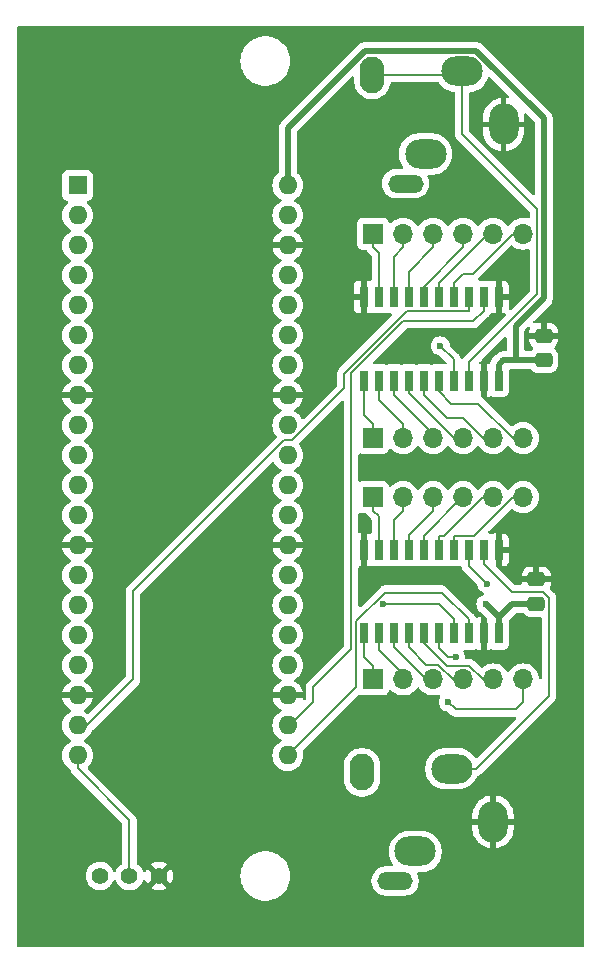
<source format=gtl>
G04 #@! TF.GenerationSoftware,KiCad,Pcbnew,8.0.8*
G04 #@! TF.CreationDate,2025-01-26T13:14:25+09:00*
G04 #@! TF.ProjectId,SyncBoard,53796e63-426f-4617-9264-2e6b69636164,rev?*
G04 #@! TF.SameCoordinates,Original*
G04 #@! TF.FileFunction,Copper,L1,Top*
G04 #@! TF.FilePolarity,Positive*
%FSLAX46Y46*%
G04 Gerber Fmt 4.6, Leading zero omitted, Abs format (unit mm)*
G04 Created by KiCad (PCBNEW 8.0.8) date 2025-01-26 13:14:25*
%MOMM*%
%LPD*%
G01*
G04 APERTURE LIST*
G04 Aperture macros list*
%AMRoundRect*
0 Rectangle with rounded corners*
0 $1 Rounding radius*
0 $2 $3 $4 $5 $6 $7 $8 $9 X,Y pos of 4 corners*
0 Add a 4 corners polygon primitive as box body*
4,1,4,$2,$3,$4,$5,$6,$7,$8,$9,$2,$3,0*
0 Add four circle primitives for the rounded corners*
1,1,$1+$1,$2,$3*
1,1,$1+$1,$4,$5*
1,1,$1+$1,$6,$7*
1,1,$1+$1,$8,$9*
0 Add four rect primitives between the rounded corners*
20,1,$1+$1,$2,$3,$4,$5,0*
20,1,$1+$1,$4,$5,$6,$7,0*
20,1,$1+$1,$6,$7,$8,$9,0*
20,1,$1+$1,$8,$9,$2,$3,0*%
G04 Aperture macros list end*
G04 #@! TA.AperFunction,Conductor*
%ADD10C,0.200000*%
G04 #@! TD*
G04 #@! TA.AperFunction,SMDPad,CuDef*
%ADD11R,0.700000X1.775000*%
G04 #@! TD*
G04 #@! TA.AperFunction,ComponentPad*
%ADD12R,1.700000X1.700000*%
G04 #@! TD*
G04 #@! TA.AperFunction,ComponentPad*
%ADD13O,1.700000X1.700000*%
G04 #@! TD*
G04 #@! TA.AperFunction,ComponentPad*
%ADD14O,1.600000X1.600000*%
G04 #@! TD*
G04 #@! TA.AperFunction,ComponentPad*
%ADD15R,1.600000X1.600000*%
G04 #@! TD*
G04 #@! TA.AperFunction,ComponentPad*
%ADD16C,1.400000*%
G04 #@! TD*
G04 #@! TA.AperFunction,ComponentPad*
%ADD17O,2.100000X3.100000*%
G04 #@! TD*
G04 #@! TA.AperFunction,ComponentPad*
%ADD18O,3.500000X2.500000*%
G04 #@! TD*
G04 #@! TA.AperFunction,ComponentPad*
%ADD19O,2.500000X3.500000*%
G04 #@! TD*
G04 #@! TA.AperFunction,ComponentPad*
%ADD20O,3.000000X1.500000*%
G04 #@! TD*
G04 #@! TA.AperFunction,SMDPad,CuDef*
%ADD21RoundRect,0.250000X-0.475000X0.337500X-0.475000X-0.337500X0.475000X-0.337500X0.475000X0.337500X0*%
G04 #@! TD*
G04 #@! TA.AperFunction,ViaPad*
%ADD22C,0.600000*%
G04 #@! TD*
G04 #@! TA.AperFunction,Conductor*
%ADD23C,0.500000*%
G04 #@! TD*
G04 APERTURE END LIST*
D10*
X106045000Y-88265000D02*
X104140000Y-90170000D01*
D11*
X121765000Y-75387000D03*
X120495000Y-75387000D03*
X119225000Y-75387000D03*
X117955000Y-75387000D03*
X116685000Y-75387000D03*
X115415000Y-75387000D03*
X114145000Y-75387000D03*
X112875000Y-75387000D03*
X111605000Y-75387000D03*
X110335000Y-75387000D03*
X110335000Y-82463000D03*
X111605000Y-82463000D03*
X112875000Y-82463000D03*
X114145000Y-82463000D03*
X115415000Y-82463000D03*
X116685000Y-82463000D03*
X117955000Y-82463000D03*
X119225000Y-82463000D03*
X120495000Y-82463000D03*
X121765000Y-82463000D03*
X121765000Y-53975000D03*
X120495000Y-53975000D03*
X119225000Y-53975000D03*
X117955000Y-53975000D03*
X116685000Y-53975000D03*
X115415000Y-53975000D03*
X114145000Y-53975000D03*
X112875000Y-53975000D03*
X111605000Y-53975000D03*
X110335000Y-53975000D03*
X110335000Y-61051000D03*
X111605000Y-61051000D03*
X112875000Y-61051000D03*
X114145000Y-61051000D03*
X115415000Y-61051000D03*
X116685000Y-61051000D03*
X117955000Y-61051000D03*
X119225000Y-61051000D03*
X120495000Y-61051000D03*
X121765000Y-61051000D03*
D12*
X111125000Y-65925000D03*
D13*
X113665000Y-65925000D03*
X116205000Y-65925000D03*
X118745000Y-65925000D03*
X121285000Y-65925000D03*
X123825000Y-65925000D03*
D12*
X111125000Y-48615000D03*
D13*
X113665000Y-48615000D03*
X116205000Y-48615000D03*
X118745000Y-48615000D03*
X121285000Y-48615000D03*
X123825000Y-48615000D03*
D12*
X111125000Y-86360000D03*
D13*
X113665000Y-86360000D03*
X116205000Y-86360000D03*
X118745000Y-86360000D03*
X121285000Y-86360000D03*
X123825000Y-86360000D03*
D12*
X111125000Y-70925000D03*
D13*
X113665000Y-70925000D03*
X116205000Y-70925000D03*
X118745000Y-70925000D03*
X121285000Y-70925000D03*
X123825000Y-70925000D03*
D14*
X103900000Y-44530000D03*
X103900000Y-47070000D03*
X103900000Y-49610000D03*
X103900000Y-52150000D03*
X103900000Y-54690000D03*
X103900000Y-57230000D03*
X103900000Y-59770000D03*
X103900000Y-62310000D03*
X103900000Y-64850000D03*
X103900000Y-67390000D03*
X103900000Y-69930000D03*
X103900000Y-72470000D03*
X103900000Y-75010000D03*
X103900000Y-77550000D03*
X103900000Y-80090000D03*
X103900000Y-82630000D03*
X103900000Y-85170000D03*
X103900000Y-87710000D03*
X103900000Y-90250000D03*
X103900000Y-92790000D03*
X86100000Y-92790000D03*
X86100000Y-90250000D03*
X86100000Y-87710000D03*
X86100000Y-85170000D03*
X86100000Y-82630000D03*
X86100000Y-80090000D03*
X86100000Y-77550000D03*
X86100000Y-75010000D03*
X86100000Y-72470000D03*
X86100000Y-69930000D03*
X86100000Y-67390000D03*
X86100000Y-64850000D03*
X86100000Y-62310000D03*
X86100000Y-59770000D03*
X86100000Y-57230000D03*
X86100000Y-54690000D03*
X86100000Y-52150000D03*
X86100000Y-49610000D03*
X86100000Y-47070000D03*
D15*
X86100000Y-44530000D03*
D16*
X93000000Y-103000000D03*
X90500000Y-103000000D03*
X88000000Y-103000000D03*
D17*
X110185000Y-94225000D03*
D18*
X117785000Y-93925000D03*
D19*
X121285000Y-98425000D03*
D18*
X114685000Y-100925000D03*
D20*
X112985000Y-103425000D03*
D17*
X111070000Y-35170000D03*
D18*
X118670000Y-34870000D03*
D19*
X122170000Y-39370000D03*
D18*
X115570000Y-41870000D03*
D20*
X113870000Y-44370000D03*
D21*
X124940000Y-79962500D03*
X124940000Y-77887500D03*
X125575000Y-59325500D03*
X125575000Y-57250500D03*
D22*
X113030000Y-58420000D03*
X118110000Y-84455000D03*
X117475000Y-88265000D03*
X120750000Y-78250000D03*
X112000000Y-80000000D03*
X116812000Y-58118000D03*
X120676000Y-79983600D03*
X95250000Y-88265000D03*
X106045000Y-85090000D03*
X117475000Y-77470000D03*
X110490000Y-79375000D03*
X98425000Y-62230000D03*
X99060000Y-74930000D03*
X106680000Y-76835000D03*
D10*
X119225000Y-81273800D02*
X119225000Y-82463000D01*
X116951000Y-79000000D02*
X119225000Y-81273800D01*
X112134000Y-79000000D02*
X116951000Y-79000000D01*
X109683000Y-81450500D02*
X112134000Y-79000000D01*
X109683000Y-87007000D02*
X109683000Y-81450500D01*
X103900000Y-92790000D02*
X109683000Y-87007000D01*
D23*
X110399000Y-33160200D02*
X103900000Y-39659300D01*
X119878000Y-33160200D02*
X110399000Y-33160200D01*
X103900000Y-39659300D02*
X103900000Y-44530000D01*
X125581000Y-54080900D02*
X125581000Y-38863500D01*
X123190000Y-56471900D02*
X125581000Y-54080900D01*
X123190000Y-59325500D02*
X123190000Y-56471900D01*
X125581000Y-38863500D02*
X119878000Y-33160200D01*
X124380000Y-59325500D02*
X123190000Y-59325500D01*
D10*
X119225000Y-55164200D02*
X119225000Y-53975000D01*
X113985000Y-55164200D02*
X119225000Y-55164200D01*
X108691000Y-60458700D02*
X113985000Y-55164200D01*
X108691000Y-61702500D02*
X108691000Y-60458700D01*
X103547000Y-66120000D02*
X104273000Y-66120000D01*
X90805000Y-78862000D02*
X103547000Y-66120000D01*
X90805000Y-86360000D02*
X90805000Y-78862000D01*
X86915000Y-90250000D02*
X90805000Y-86360000D01*
X104273000Y-66120000D02*
X108691000Y-61702500D01*
X86100000Y-90250000D02*
X86915000Y-90250000D01*
X116685000Y-83665000D02*
X116685000Y-82463000D01*
X117475000Y-84455000D02*
X116685000Y-83665000D01*
X118110000Y-84455000D02*
X117475000Y-84455000D01*
X118110000Y-88900000D02*
X117475000Y-88265000D01*
X123190000Y-88900000D02*
X118110000Y-88900000D01*
X123825000Y-88265000D02*
X123190000Y-88900000D01*
X123825000Y-86360000D02*
X123825000Y-88265000D01*
X110335000Y-84418300D02*
X110335000Y-82463000D01*
X111125000Y-85208300D02*
X110335000Y-84418300D01*
X111125000Y-86360000D02*
X111125000Y-85208300D01*
X112875000Y-83652200D02*
X112875000Y-82463000D01*
X115583000Y-86360000D02*
X112875000Y-83652200D01*
X116205000Y-86360000D02*
X115583000Y-86360000D01*
X112875000Y-72866700D02*
X112875000Y-75387000D01*
X113665000Y-72076700D02*
X112875000Y-72866700D01*
X113665000Y-70925000D02*
X113665000Y-72076700D01*
X111605000Y-72556700D02*
X111605000Y-75387000D01*
X111125000Y-72076700D02*
X111605000Y-72556700D01*
X111125000Y-70925000D02*
X111125000Y-72076700D01*
X115415000Y-83237500D02*
X115415000Y-82463000D01*
X117386000Y-85208300D02*
X115415000Y-83237500D01*
X119250000Y-85208300D02*
X117386000Y-85208300D01*
X120402000Y-86360000D02*
X119250000Y-85208300D01*
X121285000Y-86360000D02*
X120402000Y-86360000D01*
X122942000Y-70925000D02*
X123825000Y-70925000D01*
X119669000Y-74197800D02*
X122942000Y-70925000D01*
X117955000Y-74197800D02*
X119669000Y-74197800D01*
X117955000Y-75387000D02*
X117955000Y-74197800D01*
X113665000Y-85936600D02*
X113665000Y-86360000D01*
X111605000Y-83876600D02*
X113665000Y-85936600D01*
X111605000Y-82463000D02*
X111605000Y-83876600D01*
X114145000Y-83652200D02*
X114145000Y-82463000D01*
X115623000Y-85130600D02*
X114145000Y-83652200D01*
X116630000Y-85130600D02*
X115623000Y-85130600D01*
X117860000Y-86360000D02*
X116630000Y-85130600D01*
X118745000Y-86360000D02*
X117860000Y-86360000D01*
X118688000Y-70925000D02*
X118745000Y-70925000D01*
X115415000Y-74197800D02*
X118688000Y-70925000D01*
X115415000Y-75387000D02*
X115415000Y-74197800D01*
X114145000Y-74136700D02*
X114145000Y-75387000D01*
X116205000Y-72076700D02*
X114145000Y-74136700D01*
X116205000Y-70925000D02*
X116205000Y-72076700D01*
X120402000Y-70925000D02*
X121285000Y-70925000D01*
X117129000Y-74197800D02*
X120402000Y-70925000D01*
X116685000Y-74197800D02*
X117129000Y-74197800D01*
X116685000Y-75387000D02*
X116685000Y-74197800D01*
X117950000Y-65925000D02*
X118745000Y-65925000D01*
X114145000Y-62119800D02*
X117950000Y-65925000D01*
X114145000Y-61051000D02*
X114145000Y-62119800D01*
X110335000Y-63983300D02*
X110335000Y-61051000D01*
X111125000Y-64773300D02*
X110335000Y-63983300D01*
X111125000Y-65925000D02*
X111125000Y-64773300D01*
X120402000Y-65925000D02*
X121285000Y-65925000D01*
X118723000Y-64246200D02*
X120402000Y-65925000D01*
X117421000Y-64246200D02*
X118723000Y-64246200D01*
X115415000Y-62240200D02*
X117421000Y-64246200D01*
X115415000Y-61051000D02*
X115415000Y-62240200D01*
X112875000Y-50556700D02*
X112875000Y-53975000D01*
X113665000Y-49766700D02*
X112875000Y-50556700D01*
X113665000Y-48615000D02*
X113665000Y-49766700D01*
X118745000Y-49766700D02*
X118745000Y-48615000D01*
X115415000Y-53096700D02*
X118745000Y-49766700D01*
X115415000Y-53975000D02*
X115415000Y-53096700D01*
X122942000Y-48615000D02*
X123825000Y-48615000D01*
X119557000Y-52000000D02*
X122942000Y-48615000D01*
X118771000Y-52000000D02*
X119557000Y-52000000D01*
X117955000Y-52816000D02*
X118771000Y-52000000D01*
X117955000Y-53975000D02*
X117955000Y-52816000D01*
X112875000Y-62240200D02*
X112875000Y-61051000D01*
X116205000Y-65570200D02*
X112875000Y-62240200D01*
X116205000Y-65925000D02*
X116205000Y-65570200D01*
X120856000Y-48615000D02*
X121285000Y-48615000D01*
X116685000Y-52785800D02*
X120856000Y-48615000D01*
X116685000Y-53975000D02*
X116685000Y-52785800D01*
X114145000Y-51826700D02*
X114145000Y-53975000D01*
X116205000Y-49766700D02*
X114145000Y-51826700D01*
X116205000Y-48615000D02*
X116205000Y-49766700D01*
X122942000Y-65925000D02*
X123825000Y-65925000D01*
X120017000Y-63000000D02*
X122942000Y-65925000D01*
X117760000Y-63000000D02*
X120017000Y-63000000D01*
X116685000Y-61925200D02*
X117760000Y-63000000D01*
X116685000Y-61051000D02*
X116685000Y-61925200D01*
X111605000Y-62713300D02*
X111605000Y-61051000D01*
X113665000Y-64773300D02*
X111605000Y-62713300D01*
X113665000Y-65925000D02*
X113665000Y-64773300D01*
X111605000Y-50246700D02*
X111605000Y-53975000D01*
X111125000Y-49766700D02*
X111605000Y-50246700D01*
X111125000Y-48615000D02*
X111125000Y-49766700D01*
X90500000Y-98291700D02*
X90500000Y-103000000D01*
X86100000Y-93891700D02*
X90500000Y-98291700D01*
X86100000Y-92790000D02*
X86100000Y-93891700D01*
X119837000Y-93925000D02*
X117785000Y-93925000D01*
X126014000Y-87747400D02*
X119837000Y-93925000D01*
X126014000Y-79437900D02*
X126014000Y-87747400D01*
X125501000Y-78925000D02*
X126014000Y-79437900D01*
X122844000Y-78925000D02*
X125501000Y-78925000D01*
X120495000Y-76576200D02*
X122844000Y-78925000D01*
X120495000Y-75387000D02*
X120495000Y-76576200D01*
X119225000Y-76725000D02*
X119225000Y-75387000D01*
X120750000Y-78250000D02*
X119225000Y-76725000D01*
X117955000Y-81273800D02*
X117955000Y-82463000D01*
X116681000Y-80000000D02*
X117955000Y-81273800D01*
X112000000Y-80000000D02*
X116681000Y-80000000D01*
X120495000Y-55164200D02*
X120495000Y-53975000D01*
X119619000Y-56039900D02*
X120495000Y-55164200D01*
X113682000Y-56039900D02*
X119619000Y-56039900D01*
X109283000Y-60438700D02*
X113682000Y-56039900D01*
X109283000Y-83756900D02*
X109283000Y-60438700D01*
X106045000Y-86995000D02*
X109283000Y-83756900D01*
X106045000Y-88265000D02*
X106045000Y-86995000D01*
X104060000Y-90250000D02*
X103900000Y-90250000D01*
X106045000Y-88265000D02*
X104060000Y-90250000D01*
X117955000Y-59260500D02*
X117955000Y-61051000D01*
X116812000Y-58118000D02*
X117955000Y-59260500D01*
X118670000Y-35170000D02*
X111070000Y-35170000D01*
X118670000Y-35170000D02*
X118670000Y-34870000D01*
X118670000Y-40204400D02*
X118670000Y-35170000D01*
X124987000Y-46521000D02*
X118670000Y-40204400D01*
X124987000Y-53760900D02*
X124987000Y-46521000D01*
X119225000Y-59522500D02*
X124987000Y-53760900D01*
X119225000Y-61051000D02*
X119225000Y-59522500D01*
D23*
X120676000Y-79983600D02*
X121792000Y-81098700D01*
X121765000Y-81125300D02*
X121792000Y-81098700D01*
X121765000Y-82463000D02*
X121765000Y-81125300D01*
X122928000Y-79962500D02*
X124940000Y-79962500D01*
X121792000Y-81098700D02*
X122928000Y-79962500D01*
X125575000Y-59325500D02*
X124380000Y-59325500D01*
X122151000Y-59325500D02*
X124380000Y-59325500D01*
X121765000Y-59711800D02*
X122151000Y-59325500D01*
X121765000Y-61051000D02*
X121765000Y-59711800D01*
G04 #@! TA.AperFunction,Conductor*
G36*
X108601840Y-62743345D02*
G01*
X108657771Y-62785219D01*
X108682185Y-62850685D01*
X108682500Y-62859524D01*
X108682500Y-83456808D01*
X108662815Y-83523847D01*
X108646183Y-83544488D01*
X105676284Y-86514480D01*
X105564478Y-86626286D01*
X105485423Y-86763216D01*
X105485421Y-86763221D01*
X105485419Y-86763224D01*
X105444498Y-86915949D01*
X105444500Y-86997782D01*
X105444500Y-87964902D01*
X105424815Y-88031941D01*
X105408179Y-88052585D01*
X105388279Y-88072484D01*
X105326955Y-88105968D01*
X105257264Y-88100982D01*
X105201331Y-88059109D01*
X105176916Y-87993644D01*
X105179990Y-87961457D01*
X105178872Y-87960000D01*
X104215686Y-87960000D01*
X104220080Y-87955606D01*
X104272741Y-87864394D01*
X104300000Y-87762661D01*
X104300000Y-87657339D01*
X104272741Y-87555606D01*
X104220080Y-87464394D01*
X104215686Y-87460000D01*
X105178872Y-87460000D01*
X105178872Y-87459999D01*
X105126269Y-87263682D01*
X105126265Y-87263673D01*
X105030134Y-87057517D01*
X104899657Y-86871179D01*
X104738820Y-86710342D01*
X104552482Y-86579865D01*
X104494133Y-86552657D01*
X104441694Y-86506484D01*
X104422542Y-86439291D01*
X104442758Y-86372410D01*
X104494129Y-86327895D01*
X104552734Y-86300568D01*
X104739139Y-86170047D01*
X104900047Y-86009139D01*
X105030568Y-85822734D01*
X105126739Y-85616496D01*
X105185635Y-85396692D01*
X105205468Y-85170000D01*
X105185635Y-84943308D01*
X105127879Y-84727758D01*
X105126741Y-84723511D01*
X105126738Y-84723502D01*
X105091868Y-84648723D01*
X105030568Y-84517266D01*
X104900047Y-84330861D01*
X104900045Y-84330858D01*
X104739141Y-84169954D01*
X104552734Y-84039432D01*
X104552728Y-84039429D01*
X104494725Y-84012382D01*
X104442285Y-83966210D01*
X104423133Y-83899017D01*
X104443348Y-83832135D01*
X104494725Y-83787618D01*
X104552734Y-83760568D01*
X104739139Y-83630047D01*
X104900047Y-83469139D01*
X105030568Y-83282734D01*
X105126739Y-83076496D01*
X105185635Y-82856692D01*
X105205468Y-82630000D01*
X105185635Y-82403308D01*
X105126739Y-82183504D01*
X105030568Y-81977266D01*
X104900047Y-81790861D01*
X104900045Y-81790858D01*
X104739141Y-81629954D01*
X104552734Y-81499432D01*
X104552728Y-81499429D01*
X104494725Y-81472382D01*
X104442285Y-81426210D01*
X104423133Y-81359017D01*
X104443348Y-81292135D01*
X104494725Y-81247618D01*
X104552734Y-81220568D01*
X104739139Y-81090047D01*
X104900047Y-80929139D01*
X105030568Y-80742734D01*
X105126739Y-80536496D01*
X105185635Y-80316692D01*
X105205468Y-80090000D01*
X105185635Y-79863308D01*
X105126739Y-79643504D01*
X105030568Y-79437266D01*
X104900047Y-79250861D01*
X104900045Y-79250858D01*
X104739141Y-79089954D01*
X104552734Y-78959432D01*
X104552728Y-78959429D01*
X104494725Y-78932382D01*
X104442285Y-78886210D01*
X104423133Y-78819017D01*
X104443348Y-78752135D01*
X104494725Y-78707618D01*
X104552734Y-78680568D01*
X104739139Y-78550047D01*
X104900047Y-78389139D01*
X105030568Y-78202734D01*
X105126739Y-77996496D01*
X105185635Y-77776692D01*
X105205468Y-77550000D01*
X105185635Y-77323308D01*
X105126739Y-77103504D01*
X105030568Y-76897266D01*
X104900047Y-76710861D01*
X104900045Y-76710858D01*
X104739141Y-76549954D01*
X104552734Y-76419432D01*
X104552732Y-76419431D01*
X104541275Y-76414088D01*
X104494132Y-76392105D01*
X104441694Y-76345934D01*
X104422542Y-76278740D01*
X104442758Y-76211859D01*
X104494134Y-76167341D01*
X104552484Y-76140132D01*
X104738820Y-76009657D01*
X104899657Y-75848820D01*
X105030134Y-75662482D01*
X105126265Y-75456326D01*
X105126269Y-75456317D01*
X105178872Y-75260000D01*
X104215686Y-75260000D01*
X104220080Y-75255606D01*
X104272741Y-75164394D01*
X104300000Y-75062661D01*
X104300000Y-74957339D01*
X104272741Y-74855606D01*
X104220080Y-74764394D01*
X104215686Y-74760000D01*
X105178872Y-74760000D01*
X105178872Y-74759999D01*
X105126269Y-74563682D01*
X105126265Y-74563673D01*
X105030134Y-74357517D01*
X104899657Y-74171179D01*
X104738820Y-74010342D01*
X104552482Y-73879865D01*
X104494133Y-73852657D01*
X104441694Y-73806484D01*
X104422542Y-73739291D01*
X104442758Y-73672410D01*
X104494129Y-73627895D01*
X104552734Y-73600568D01*
X104739139Y-73470047D01*
X104900047Y-73309139D01*
X105030568Y-73122734D01*
X105126739Y-72916496D01*
X105185635Y-72696692D01*
X105205468Y-72470000D01*
X105185635Y-72243308D01*
X105126739Y-72023504D01*
X105030568Y-71817266D01*
X104900047Y-71630861D01*
X104900045Y-71630858D01*
X104739141Y-71469954D01*
X104552734Y-71339432D01*
X104552728Y-71339429D01*
X104494725Y-71312382D01*
X104442285Y-71266210D01*
X104423133Y-71199017D01*
X104443348Y-71132135D01*
X104494725Y-71087618D01*
X104552734Y-71060568D01*
X104739139Y-70930047D01*
X104900047Y-70769139D01*
X105030568Y-70582734D01*
X105126739Y-70376496D01*
X105185635Y-70156692D01*
X105205468Y-69930000D01*
X105185635Y-69703308D01*
X105126739Y-69483504D01*
X105030568Y-69277266D01*
X104900047Y-69090861D01*
X104900045Y-69090858D01*
X104739141Y-68929954D01*
X104552734Y-68799432D01*
X104552728Y-68799429D01*
X104494725Y-68772382D01*
X104442285Y-68726210D01*
X104423133Y-68659017D01*
X104443348Y-68592135D01*
X104494725Y-68547618D01*
X104552734Y-68520568D01*
X104739139Y-68390047D01*
X104900047Y-68229139D01*
X105030568Y-68042734D01*
X105126739Y-67836496D01*
X105185635Y-67616692D01*
X105205468Y-67390000D01*
X105185635Y-67163308D01*
X105126739Y-66943504D01*
X105030568Y-66737266D01*
X104913213Y-66569664D01*
X104900045Y-66550858D01*
X104883402Y-66534215D01*
X104849917Y-66472892D01*
X104854901Y-66403200D01*
X104883405Y-66358850D01*
X108470824Y-62771837D01*
X108532149Y-62738356D01*
X108601840Y-62743345D01*
G37*
G04 #@! TD.AperFunction*
G04 #@! TA.AperFunction,Conductor*
G36*
X110050833Y-72225571D02*
G01*
X110059917Y-72228959D01*
X110167517Y-72269091D01*
X110227127Y-72275500D01*
X110474787Y-72275499D01*
X110541826Y-72295183D01*
X110582174Y-72337499D01*
X110644477Y-72445412D01*
X110644481Y-72445417D01*
X110756285Y-72557221D01*
X110968181Y-72769116D01*
X111001666Y-72830439D01*
X111004500Y-72856797D01*
X111004500Y-73906426D01*
X110984815Y-73973465D01*
X110932011Y-74019220D01*
X110862853Y-74029164D01*
X110837166Y-74022608D01*
X110792376Y-74005902D01*
X110792372Y-74005901D01*
X110732844Y-73999500D01*
X110585000Y-73999500D01*
X110585000Y-76774500D01*
X110732828Y-76774500D01*
X110732844Y-76774499D01*
X110792372Y-76768098D01*
X110792376Y-76768097D01*
X110925951Y-76718276D01*
X110995642Y-76713292D01*
X111012619Y-76718276D01*
X111012665Y-76718293D01*
X111012669Y-76718296D01*
X111147517Y-76768591D01*
X111207127Y-76775000D01*
X112002872Y-76774999D01*
X112062483Y-76768591D01*
X112196669Y-76718542D01*
X112266358Y-76713559D01*
X112283321Y-76718539D01*
X112417517Y-76768591D01*
X112477127Y-76775000D01*
X113272872Y-76774999D01*
X113332483Y-76768591D01*
X113466669Y-76718542D01*
X113536358Y-76713559D01*
X113553321Y-76718539D01*
X113687517Y-76768591D01*
X113747127Y-76775000D01*
X114542872Y-76774999D01*
X114602483Y-76768591D01*
X114736669Y-76718542D01*
X114806358Y-76713559D01*
X114823321Y-76718539D01*
X114957517Y-76768591D01*
X115017127Y-76775000D01*
X115812872Y-76774999D01*
X115872483Y-76768591D01*
X116006669Y-76718542D01*
X116076358Y-76713559D01*
X116093321Y-76718539D01*
X116227517Y-76768591D01*
X116287127Y-76775000D01*
X117082872Y-76774999D01*
X117142483Y-76768591D01*
X117276669Y-76718542D01*
X117346358Y-76713559D01*
X117363321Y-76718539D01*
X117497517Y-76768591D01*
X117557127Y-76775000D01*
X118352872Y-76774999D01*
X118412483Y-76768591D01*
X118468792Y-76747588D01*
X118538481Y-76742603D01*
X118599805Y-76776088D01*
X118631899Y-76831674D01*
X118665423Y-76956785D01*
X118665424Y-76956787D01*
X118665423Y-76956787D01*
X118676497Y-76975966D01*
X118676498Y-76975968D01*
X118744475Y-77093709D01*
X118744481Y-77093717D01*
X118863349Y-77212585D01*
X118863355Y-77212590D01*
X119919298Y-78268533D01*
X119952783Y-78329856D01*
X119954837Y-78342330D01*
X119964630Y-78429249D01*
X119964631Y-78429254D01*
X119964632Y-78429255D01*
X119968540Y-78440423D01*
X120024210Y-78599521D01*
X120075137Y-78680570D01*
X120120184Y-78752262D01*
X120247738Y-78879816D01*
X120400478Y-78975789D01*
X120430890Y-78986430D01*
X120431977Y-78986811D01*
X120488753Y-79027533D01*
X120514500Y-79092486D01*
X120501044Y-79161048D01*
X120452656Y-79211450D01*
X120431977Y-79220894D01*
X120326480Y-79257809D01*
X120173737Y-79353784D01*
X120046184Y-79481337D01*
X119950211Y-79634076D01*
X119890631Y-79804345D01*
X119890630Y-79804350D01*
X119870435Y-79983596D01*
X119870435Y-79983603D01*
X119890630Y-80162849D01*
X119890631Y-80162854D01*
X119950211Y-80333123D01*
X119992793Y-80400891D01*
X120046184Y-80485862D01*
X120173738Y-80613416D01*
X120326478Y-80709389D01*
X120326482Y-80709390D01*
X120332746Y-80712407D01*
X120331892Y-80714180D01*
X120368177Y-80736966D01*
X120708646Y-81077160D01*
X120742156Y-81138469D01*
X120745000Y-81164876D01*
X120745000Y-83850500D01*
X120892828Y-83850500D01*
X120892844Y-83850499D01*
X120952372Y-83844098D01*
X120952376Y-83844097D01*
X121085951Y-83794276D01*
X121155642Y-83789292D01*
X121172619Y-83794276D01*
X121172665Y-83794293D01*
X121172669Y-83794296D01*
X121307517Y-83844591D01*
X121367127Y-83851000D01*
X122162872Y-83850999D01*
X122222483Y-83844591D01*
X122357331Y-83794296D01*
X122472546Y-83708046D01*
X122558796Y-83592831D01*
X122609091Y-83457983D01*
X122615500Y-83398373D01*
X122615499Y-81527628D01*
X122609091Y-81468017D01*
X122602955Y-81451568D01*
X122597972Y-81381877D01*
X122631447Y-81320563D01*
X123202586Y-80749325D01*
X123263907Y-80715836D01*
X123290275Y-80713000D01*
X123768752Y-80713000D01*
X123835791Y-80732685D01*
X123866531Y-80763997D01*
X123867807Y-80762989D01*
X123872288Y-80768656D01*
X123996344Y-80892712D01*
X124145666Y-80984814D01*
X124312203Y-81039999D01*
X124414991Y-81050500D01*
X125289500Y-81050499D01*
X125356539Y-81070183D01*
X125402294Y-81122987D01*
X125413500Y-81174499D01*
X125413500Y-86181323D01*
X125393815Y-86248362D01*
X125341011Y-86294117D01*
X125271853Y-86304061D01*
X125208297Y-86275036D01*
X125170523Y-86216258D01*
X125165972Y-86192131D01*
X125162074Y-86147583D01*
X125160063Y-86124592D01*
X125098903Y-85896337D01*
X124999035Y-85682171D01*
X124993425Y-85674158D01*
X124863494Y-85488597D01*
X124696402Y-85321506D01*
X124696399Y-85321504D01*
X124657521Y-85294281D01*
X124502834Y-85185967D01*
X124502830Y-85185965D01*
X124468589Y-85169998D01*
X124288663Y-85086097D01*
X124288659Y-85086096D01*
X124288655Y-85086094D01*
X124060413Y-85024938D01*
X124060403Y-85024936D01*
X123825001Y-85004341D01*
X123824999Y-85004341D01*
X123589596Y-85024936D01*
X123589586Y-85024938D01*
X123361344Y-85086094D01*
X123361335Y-85086098D01*
X123147171Y-85185964D01*
X123147169Y-85185965D01*
X122953597Y-85321505D01*
X122786505Y-85488597D01*
X122656575Y-85674158D01*
X122601998Y-85717783D01*
X122532500Y-85724977D01*
X122470145Y-85693454D01*
X122453425Y-85674158D01*
X122323494Y-85488597D01*
X122156402Y-85321506D01*
X122156399Y-85321504D01*
X122117521Y-85294281D01*
X121962834Y-85185967D01*
X121962830Y-85185965D01*
X121928589Y-85169998D01*
X121748663Y-85086097D01*
X121748659Y-85086096D01*
X121748655Y-85086094D01*
X121520413Y-85024938D01*
X121520403Y-85024936D01*
X121285001Y-85004341D01*
X121284999Y-85004341D01*
X121049596Y-85024936D01*
X121049586Y-85024938D01*
X120821344Y-85086094D01*
X120821335Y-85086098D01*
X120607171Y-85185964D01*
X120607169Y-85185965D01*
X120413598Y-85321504D01*
X120400766Y-85334336D01*
X120339441Y-85367817D01*
X120269749Y-85362828D01*
X120225420Y-85334342D01*
X119680115Y-84789179D01*
X119680115Y-84789178D01*
X119680108Y-84789172D01*
X119618716Y-84727780D01*
X119618715Y-84727779D01*
X119618713Y-84727777D01*
X119618662Y-84727738D01*
X119553086Y-84689888D01*
X119553076Y-84689882D01*
X119481750Y-84648703D01*
X119402352Y-84627439D01*
X119402352Y-84627437D01*
X119402337Y-84627435D01*
X119329057Y-84607800D01*
X119329056Y-84607800D01*
X119329052Y-84607799D01*
X119328982Y-84607790D01*
X119328979Y-84607789D01*
X119328975Y-84607789D01*
X119246157Y-84607800D01*
X119037105Y-84607800D01*
X118970066Y-84588115D01*
X118924311Y-84535311D01*
X118913884Y-84469919D01*
X118915565Y-84454997D01*
X118915565Y-84454996D01*
X118895369Y-84275750D01*
X118895368Y-84275745D01*
X118858350Y-84169953D01*
X118835789Y-84105478D01*
X118795257Y-84040971D01*
X118776257Y-83973734D01*
X118796625Y-83906899D01*
X118849893Y-83861685D01*
X118900246Y-83850999D01*
X119622872Y-83850999D01*
X119682483Y-83844591D01*
X119817331Y-83794296D01*
X119817334Y-83794293D01*
X119817381Y-83794276D01*
X119887073Y-83789292D01*
X119904049Y-83794276D01*
X120037623Y-83844097D01*
X120037627Y-83844098D01*
X120097155Y-83850499D01*
X120097172Y-83850500D01*
X120245000Y-83850500D01*
X120245000Y-81075500D01*
X120097155Y-81075500D01*
X120037627Y-81081901D01*
X120037616Y-81081903D01*
X119945027Y-81116437D01*
X119875335Y-81121421D01*
X119814013Y-81087935D01*
X119788300Y-81050430D01*
X119786196Y-81045675D01*
X119784825Y-81042285D01*
X119783134Y-81039511D01*
X119751552Y-80984814D01*
X119751550Y-80984811D01*
X119705854Y-80905662D01*
X119705539Y-80905106D01*
X119705513Y-80905073D01*
X119659841Y-80859405D01*
X119587900Y-80787464D01*
X119587847Y-80787417D01*
X117376771Y-78576535D01*
X117319716Y-78519480D01*
X117319715Y-78519479D01*
X117319713Y-78519477D01*
X117319703Y-78519469D01*
X117319695Y-78519464D01*
X117251055Y-78479838D01*
X117182784Y-78440423D01*
X117182783Y-78440422D01*
X117182770Y-78440415D01*
X117099355Y-78418068D01*
X117099351Y-78418067D01*
X117030046Y-78399497D01*
X117030037Y-78399496D01*
X117030031Y-78399496D01*
X116939680Y-78399500D01*
X112143944Y-78399500D01*
X112055003Y-78399490D01*
X112054949Y-78399497D01*
X111993666Y-78415918D01*
X111981873Y-78419078D01*
X111929320Y-78433154D01*
X111902241Y-78440408D01*
X111849644Y-78470774D01*
X111833944Y-78479839D01*
X111831453Y-78481277D01*
X111831444Y-78481282D01*
X111765306Y-78519458D01*
X111765284Y-78519480D01*
X111706530Y-78578233D01*
X110095172Y-80189262D01*
X110033846Y-80222741D01*
X109964155Y-80217749D01*
X109908225Y-80175872D01*
X109883815Y-80110405D01*
X109883500Y-80101572D01*
X109883500Y-76898500D01*
X109903185Y-76831461D01*
X109955989Y-76785706D01*
X110007500Y-76774500D01*
X110085000Y-76774500D01*
X110085000Y-73999500D01*
X110007500Y-73999500D01*
X109940461Y-73979815D01*
X109894706Y-73927011D01*
X109883500Y-73875500D01*
X109883500Y-72341753D01*
X109903185Y-72274714D01*
X109955989Y-72228959D01*
X110025147Y-72219015D01*
X110050833Y-72225571D01*
G37*
G04 #@! TD.AperFunction*
G04 #@! TA.AperFunction,Conductor*
G36*
X109438833Y-35284272D02*
G01*
X109494767Y-35326143D01*
X109519184Y-35391607D01*
X109519500Y-35400454D01*
X109519500Y-35792027D01*
X109557679Y-36033076D01*
X109633096Y-36265185D01*
X109723872Y-36443344D01*
X109743896Y-36482642D01*
X109887339Y-36680076D01*
X109887343Y-36680081D01*
X110059918Y-36852656D01*
X110059923Y-36852660D01*
X110232136Y-36977779D01*
X110257361Y-36996106D01*
X110474815Y-37106904D01*
X110706924Y-37182321D01*
X110947973Y-37220500D01*
X110947974Y-37220500D01*
X111192026Y-37220500D01*
X111192027Y-37220500D01*
X111433076Y-37182321D01*
X111665185Y-37106904D01*
X111882639Y-36996106D01*
X112080083Y-36852655D01*
X112252655Y-36680083D01*
X112396106Y-36482639D01*
X112506904Y-36265185D01*
X112582321Y-36033076D01*
X112607342Y-35875101D01*
X112637271Y-35811967D01*
X112696583Y-35775036D01*
X112729815Y-35770500D01*
X116597009Y-35770500D01*
X116664048Y-35790185D01*
X116704397Y-35832501D01*
X116711390Y-35844614D01*
X116851081Y-36026661D01*
X116851089Y-36026670D01*
X117013330Y-36188911D01*
X117013338Y-36188918D01*
X117195382Y-36328607D01*
X117195385Y-36328608D01*
X117195388Y-36328611D01*
X117394112Y-36443344D01*
X117394117Y-36443346D01*
X117394123Y-36443349D01*
X117485480Y-36481190D01*
X117606113Y-36531158D01*
X117827762Y-36590548D01*
X117961686Y-36608179D01*
X118025582Y-36636445D01*
X118064053Y-36694770D01*
X118069500Y-36731118D01*
X118069500Y-40117736D01*
X118069497Y-40117786D01*
X118069500Y-40208842D01*
X118069500Y-40283462D01*
X118069501Y-40283470D01*
X118069502Y-40283476D01*
X118089686Y-40358792D01*
X118109765Y-40433730D01*
X118110423Y-40436183D01*
X118110427Y-40436195D01*
X118143423Y-40493341D01*
X118143425Y-40493347D01*
X118189481Y-40573120D01*
X118189491Y-40573130D01*
X118189492Y-40573131D01*
X118236878Y-40620514D01*
X118301284Y-40684920D01*
X118307380Y-40691016D01*
X118307412Y-40691044D01*
X121506541Y-43889970D01*
X123556133Y-45939432D01*
X124350178Y-46733426D01*
X124383665Y-46794748D01*
X124386500Y-46821110D01*
X124386500Y-47205712D01*
X124366815Y-47272751D01*
X124314011Y-47318506D01*
X124244853Y-47328450D01*
X124230407Y-47325487D01*
X124060413Y-47279938D01*
X124060403Y-47279936D01*
X123825001Y-47259341D01*
X123824999Y-47259341D01*
X123589596Y-47279936D01*
X123589586Y-47279938D01*
X123361344Y-47341094D01*
X123361335Y-47341098D01*
X123147171Y-47440964D01*
X123147169Y-47440965D01*
X122953597Y-47576505D01*
X122786505Y-47743597D01*
X122656575Y-47929158D01*
X122601998Y-47972783D01*
X122532500Y-47979977D01*
X122470145Y-47948454D01*
X122453425Y-47929158D01*
X122323494Y-47743597D01*
X122156402Y-47576506D01*
X122156395Y-47576501D01*
X121962834Y-47440967D01*
X121962830Y-47440965D01*
X121962828Y-47440964D01*
X121748663Y-47341097D01*
X121748659Y-47341096D01*
X121748655Y-47341094D01*
X121520413Y-47279938D01*
X121520403Y-47279936D01*
X121285001Y-47259341D01*
X121284999Y-47259341D01*
X121049596Y-47279936D01*
X121049586Y-47279938D01*
X120821344Y-47341094D01*
X120821335Y-47341098D01*
X120607171Y-47440964D01*
X120607169Y-47440965D01*
X120413597Y-47576505D01*
X120246505Y-47743597D01*
X120116575Y-47929158D01*
X120061998Y-47972783D01*
X119992500Y-47979977D01*
X119930145Y-47948454D01*
X119913425Y-47929158D01*
X119783494Y-47743597D01*
X119616402Y-47576506D01*
X119616395Y-47576501D01*
X119422834Y-47440967D01*
X119422830Y-47440965D01*
X119422828Y-47440964D01*
X119208663Y-47341097D01*
X119208659Y-47341096D01*
X119208655Y-47341094D01*
X118980413Y-47279938D01*
X118980403Y-47279936D01*
X118745001Y-47259341D01*
X118744999Y-47259341D01*
X118509596Y-47279936D01*
X118509586Y-47279938D01*
X118281344Y-47341094D01*
X118281335Y-47341098D01*
X118067171Y-47440964D01*
X118067169Y-47440965D01*
X117873597Y-47576505D01*
X117706505Y-47743597D01*
X117576575Y-47929158D01*
X117521998Y-47972783D01*
X117452500Y-47979977D01*
X117390145Y-47948454D01*
X117373425Y-47929158D01*
X117243494Y-47743597D01*
X117076402Y-47576506D01*
X117076395Y-47576501D01*
X116882834Y-47440967D01*
X116882830Y-47440965D01*
X116882828Y-47440964D01*
X116668663Y-47341097D01*
X116668659Y-47341096D01*
X116668655Y-47341094D01*
X116440413Y-47279938D01*
X116440403Y-47279936D01*
X116205001Y-47259341D01*
X116204999Y-47259341D01*
X115969596Y-47279936D01*
X115969586Y-47279938D01*
X115741344Y-47341094D01*
X115741335Y-47341098D01*
X115527171Y-47440964D01*
X115527169Y-47440965D01*
X115333597Y-47576505D01*
X115166505Y-47743597D01*
X115036575Y-47929158D01*
X114981998Y-47972783D01*
X114912500Y-47979977D01*
X114850145Y-47948454D01*
X114833425Y-47929158D01*
X114703494Y-47743597D01*
X114536402Y-47576506D01*
X114536395Y-47576501D01*
X114342834Y-47440967D01*
X114342830Y-47440965D01*
X114342828Y-47440964D01*
X114128663Y-47341097D01*
X114128659Y-47341096D01*
X114128655Y-47341094D01*
X113900413Y-47279938D01*
X113900403Y-47279936D01*
X113665001Y-47259341D01*
X113664999Y-47259341D01*
X113429596Y-47279936D01*
X113429586Y-47279938D01*
X113201344Y-47341094D01*
X113201335Y-47341098D01*
X112987171Y-47440964D01*
X112987169Y-47440965D01*
X112793600Y-47576503D01*
X112671673Y-47698430D01*
X112610350Y-47731914D01*
X112540658Y-47726930D01*
X112484725Y-47685058D01*
X112467810Y-47654081D01*
X112418797Y-47522671D01*
X112418793Y-47522664D01*
X112332547Y-47407455D01*
X112332544Y-47407452D01*
X112217335Y-47321206D01*
X112217328Y-47321202D01*
X112082482Y-47270908D01*
X112082483Y-47270908D01*
X112022883Y-47264501D01*
X112022881Y-47264500D01*
X112022873Y-47264500D01*
X112022864Y-47264500D01*
X110227129Y-47264500D01*
X110227123Y-47264501D01*
X110167516Y-47270908D01*
X110032671Y-47321202D01*
X110032664Y-47321206D01*
X109917455Y-47407452D01*
X109917452Y-47407455D01*
X109831206Y-47522664D01*
X109831202Y-47522671D01*
X109780908Y-47657517D01*
X109774501Y-47717116D01*
X109774500Y-47717135D01*
X109774500Y-49512870D01*
X109774501Y-49512876D01*
X109780908Y-49572483D01*
X109831202Y-49707328D01*
X109831206Y-49707335D01*
X109917452Y-49822544D01*
X109917455Y-49822547D01*
X110032664Y-49908793D01*
X110032671Y-49908797D01*
X110033548Y-49909124D01*
X110167517Y-49959091D01*
X110227127Y-49965500D01*
X110474787Y-49965499D01*
X110541826Y-49985183D01*
X110582174Y-50027499D01*
X110644477Y-50135412D01*
X110644481Y-50135417D01*
X110756285Y-50247221D01*
X110968181Y-50459116D01*
X111001666Y-50520439D01*
X111004500Y-50546797D01*
X111004500Y-52494426D01*
X110984815Y-52561465D01*
X110932011Y-52607220D01*
X110862853Y-52617164D01*
X110837166Y-52610608D01*
X110792376Y-52593902D01*
X110792372Y-52593901D01*
X110732844Y-52587500D01*
X110585000Y-52587500D01*
X110585000Y-55362500D01*
X110732828Y-55362500D01*
X110732844Y-55362499D01*
X110792372Y-55356098D01*
X110792376Y-55356097D01*
X110925951Y-55306276D01*
X110995642Y-55301292D01*
X111012619Y-55306276D01*
X111012665Y-55306293D01*
X111012669Y-55306296D01*
X111147517Y-55356591D01*
X111207127Y-55363000D01*
X112002872Y-55362999D01*
X112062483Y-55356591D01*
X112196669Y-55306542D01*
X112266358Y-55301559D01*
X112283321Y-55306539D01*
X112403609Y-55351403D01*
X112416192Y-55356097D01*
X112417517Y-55356591D01*
X112477127Y-55363000D01*
X112637681Y-55362999D01*
X112704719Y-55382683D01*
X112750474Y-55435487D01*
X112760418Y-55504645D01*
X112731393Y-55568201D01*
X112725365Y-55574676D01*
X108273939Y-60026523D01*
X108273937Y-60026526D01*
X108210469Y-60089995D01*
X108172420Y-60155904D01*
X108172419Y-60155906D01*
X108131415Y-60226928D01*
X108123704Y-60255712D01*
X108109513Y-60308685D01*
X108099029Y-60347814D01*
X108090499Y-60379647D01*
X108090496Y-60379668D01*
X108090500Y-60462272D01*
X108090500Y-61402377D01*
X108070815Y-61469416D01*
X108054176Y-61490063D01*
X105256305Y-64287617D01*
X105194980Y-64321099D01*
X105125289Y-64316110D01*
X105069358Y-64274236D01*
X105056247Y-64252335D01*
X105030570Y-64197271D01*
X105030567Y-64197265D01*
X104900045Y-64010858D01*
X104739141Y-63849954D01*
X104552734Y-63719432D01*
X104552732Y-63719431D01*
X104541275Y-63714088D01*
X104494132Y-63692105D01*
X104441694Y-63645934D01*
X104422542Y-63578740D01*
X104442758Y-63511859D01*
X104494134Y-63467341D01*
X104552484Y-63440132D01*
X104738820Y-63309657D01*
X104899657Y-63148820D01*
X105030134Y-62962482D01*
X105126265Y-62756326D01*
X105126269Y-62756317D01*
X105178872Y-62560000D01*
X104215686Y-62560000D01*
X104220080Y-62555606D01*
X104272741Y-62464394D01*
X104300000Y-62362661D01*
X104300000Y-62257339D01*
X104272741Y-62155606D01*
X104220080Y-62064394D01*
X104215686Y-62060000D01*
X105178872Y-62060000D01*
X105178872Y-62059999D01*
X105126269Y-61863682D01*
X105126265Y-61863673D01*
X105030134Y-61657517D01*
X104899657Y-61471179D01*
X104738820Y-61310342D01*
X104552482Y-61179865D01*
X104494133Y-61152657D01*
X104441694Y-61106484D01*
X104422542Y-61039291D01*
X104442758Y-60972410D01*
X104494129Y-60927895D01*
X104552734Y-60900568D01*
X104739139Y-60770047D01*
X104900047Y-60609139D01*
X105030568Y-60422734D01*
X105126739Y-60216496D01*
X105185635Y-59996692D01*
X105205468Y-59770000D01*
X105185635Y-59543308D01*
X105126739Y-59323504D01*
X105030568Y-59117266D01*
X104900047Y-58930861D01*
X104900045Y-58930858D01*
X104739141Y-58769954D01*
X104552734Y-58639432D01*
X104552728Y-58639429D01*
X104494725Y-58612382D01*
X104442285Y-58566210D01*
X104423133Y-58499017D01*
X104443348Y-58432135D01*
X104494725Y-58387618D01*
X104552734Y-58360568D01*
X104739139Y-58230047D01*
X104900047Y-58069139D01*
X105030568Y-57882734D01*
X105126739Y-57676496D01*
X105185635Y-57456692D01*
X105205468Y-57230000D01*
X105185635Y-57003308D01*
X105126739Y-56783504D01*
X105030568Y-56577266D01*
X104900047Y-56390861D01*
X104900045Y-56390858D01*
X104739141Y-56229954D01*
X104552734Y-56099432D01*
X104552728Y-56099429D01*
X104494725Y-56072382D01*
X104442285Y-56026210D01*
X104423133Y-55959017D01*
X104443348Y-55892135D01*
X104494725Y-55847618D01*
X104552734Y-55820568D01*
X104739139Y-55690047D01*
X104900047Y-55529139D01*
X105030568Y-55342734D01*
X105126739Y-55136496D01*
X105185635Y-54916692D01*
X105186190Y-54910344D01*
X109485000Y-54910344D01*
X109491401Y-54969872D01*
X109491403Y-54969879D01*
X109541645Y-55104586D01*
X109541649Y-55104593D01*
X109627809Y-55219687D01*
X109627812Y-55219690D01*
X109742906Y-55305850D01*
X109742913Y-55305854D01*
X109877620Y-55356096D01*
X109877627Y-55356098D01*
X109937155Y-55362499D01*
X109937172Y-55362500D01*
X110085000Y-55362500D01*
X110085000Y-54225000D01*
X109485000Y-54225000D01*
X109485000Y-54910344D01*
X105186190Y-54910344D01*
X105205468Y-54690000D01*
X105185635Y-54463308D01*
X105126739Y-54243504D01*
X105030568Y-54037266D01*
X104900047Y-53850861D01*
X104900045Y-53850858D01*
X104739141Y-53689954D01*
X104552734Y-53559432D01*
X104552728Y-53559429D01*
X104494725Y-53532382D01*
X104442285Y-53486210D01*
X104423133Y-53419017D01*
X104443348Y-53352135D01*
X104494725Y-53307618D01*
X104552734Y-53280568D01*
X104739139Y-53150047D01*
X104849531Y-53039655D01*
X109485000Y-53039655D01*
X109485000Y-53725000D01*
X110085000Y-53725000D01*
X110085000Y-52587500D01*
X109937155Y-52587500D01*
X109877627Y-52593901D01*
X109877620Y-52593903D01*
X109742913Y-52644145D01*
X109742906Y-52644149D01*
X109627812Y-52730309D01*
X109627809Y-52730312D01*
X109541649Y-52845406D01*
X109541645Y-52845413D01*
X109491403Y-52980120D01*
X109491401Y-52980127D01*
X109485000Y-53039655D01*
X104849531Y-53039655D01*
X104900047Y-52989139D01*
X105030568Y-52802734D01*
X105126739Y-52596496D01*
X105185635Y-52376692D01*
X105205468Y-52150000D01*
X105185635Y-51923308D01*
X105126739Y-51703504D01*
X105030568Y-51497266D01*
X104900047Y-51310861D01*
X104900045Y-51310858D01*
X104739141Y-51149954D01*
X104552734Y-51019432D01*
X104552732Y-51019431D01*
X104494725Y-50992382D01*
X104494132Y-50992105D01*
X104441694Y-50945934D01*
X104422542Y-50878740D01*
X104442758Y-50811859D01*
X104494134Y-50767341D01*
X104552484Y-50740132D01*
X104738820Y-50609657D01*
X104899657Y-50448820D01*
X105030134Y-50262482D01*
X105126265Y-50056326D01*
X105126269Y-50056317D01*
X105178872Y-49860000D01*
X104215686Y-49860000D01*
X104220080Y-49855606D01*
X104272741Y-49764394D01*
X104300000Y-49662661D01*
X104300000Y-49557339D01*
X104272741Y-49455606D01*
X104220080Y-49364394D01*
X104215686Y-49360000D01*
X105178872Y-49360000D01*
X105178872Y-49359999D01*
X105126269Y-49163682D01*
X105126265Y-49163673D01*
X105030134Y-48957517D01*
X104899657Y-48771179D01*
X104738820Y-48610342D01*
X104552482Y-48479865D01*
X104494133Y-48452657D01*
X104441694Y-48406484D01*
X104422542Y-48339291D01*
X104442758Y-48272410D01*
X104494129Y-48227895D01*
X104552734Y-48200568D01*
X104739139Y-48070047D01*
X104900047Y-47909139D01*
X105030568Y-47722734D01*
X105126739Y-47516496D01*
X105185635Y-47296692D01*
X105205468Y-47070000D01*
X105185635Y-46843308D01*
X105126739Y-46623504D01*
X105030568Y-46417266D01*
X104900047Y-46230861D01*
X104900045Y-46230858D01*
X104739141Y-46069954D01*
X104552734Y-45939432D01*
X104552728Y-45939429D01*
X104494725Y-45912382D01*
X104442285Y-45866210D01*
X104423133Y-45799017D01*
X104443348Y-45732135D01*
X104494725Y-45687618D01*
X104552734Y-45660568D01*
X104739139Y-45530047D01*
X104900047Y-45369139D01*
X105030568Y-45182734D01*
X105126739Y-44976496D01*
X105185635Y-44756692D01*
X105205468Y-44530000D01*
X105185635Y-44303308D01*
X105177133Y-44271577D01*
X111869500Y-44271577D01*
X111869500Y-44468422D01*
X111900290Y-44662826D01*
X111961117Y-44850029D01*
X112025556Y-44976497D01*
X112050476Y-45025405D01*
X112166172Y-45184646D01*
X112305354Y-45323828D01*
X112464595Y-45439524D01*
X112547455Y-45481743D01*
X112639970Y-45528882D01*
X112639972Y-45528882D01*
X112639975Y-45528884D01*
X112740317Y-45561487D01*
X112827173Y-45589709D01*
X113021578Y-45620500D01*
X113021583Y-45620500D01*
X114718422Y-45620500D01*
X114912826Y-45589709D01*
X114966297Y-45572335D01*
X115100025Y-45528884D01*
X115275405Y-45439524D01*
X115434646Y-45323828D01*
X115573828Y-45184646D01*
X115689524Y-45025405D01*
X115778884Y-44850025D01*
X115839709Y-44662826D01*
X115870500Y-44468422D01*
X115870500Y-44271577D01*
X115839709Y-44077173D01*
X115778882Y-43889970D01*
X115733445Y-43800795D01*
X115720549Y-43732125D01*
X115746826Y-43667385D01*
X115803932Y-43627128D01*
X115843930Y-43620500D01*
X116184727Y-43620500D01*
X116184734Y-43620500D01*
X116412238Y-43590548D01*
X116633887Y-43531158D01*
X116845888Y-43443344D01*
X117044612Y-43328611D01*
X117226661Y-43188919D01*
X117226665Y-43188914D01*
X117226670Y-43188911D01*
X117388911Y-43026670D01*
X117388914Y-43026665D01*
X117388919Y-43026661D01*
X117528611Y-42844612D01*
X117643344Y-42645888D01*
X117731158Y-42433887D01*
X117790548Y-42212238D01*
X117820500Y-41984734D01*
X117820500Y-41755266D01*
X117790548Y-41527762D01*
X117731158Y-41306113D01*
X117643344Y-41094112D01*
X117528611Y-40895388D01*
X117528608Y-40895385D01*
X117528607Y-40895382D01*
X117388918Y-40713338D01*
X117388911Y-40713330D01*
X117226670Y-40551089D01*
X117226661Y-40551081D01*
X117044617Y-40411392D01*
X116845890Y-40296657D01*
X116845876Y-40296650D01*
X116633887Y-40208842D01*
X116412238Y-40149452D01*
X116374215Y-40144446D01*
X116184741Y-40119500D01*
X116184734Y-40119500D01*
X114955266Y-40119500D01*
X114955258Y-40119500D01*
X114738715Y-40148009D01*
X114727762Y-40149452D01*
X114634076Y-40174554D01*
X114506112Y-40208842D01*
X114294123Y-40296650D01*
X114294109Y-40296657D01*
X114095382Y-40411392D01*
X113913338Y-40551081D01*
X113751081Y-40713338D01*
X113611392Y-40895382D01*
X113496657Y-41094109D01*
X113496650Y-41094123D01*
X113408842Y-41306112D01*
X113349453Y-41527759D01*
X113349451Y-41527770D01*
X113319500Y-41755258D01*
X113319500Y-41984741D01*
X113344446Y-42174215D01*
X113349452Y-42212238D01*
X113349453Y-42212240D01*
X113408842Y-42433887D01*
X113496650Y-42645876D01*
X113496657Y-42645890D01*
X113611389Y-42844612D01*
X113669247Y-42920013D01*
X113694441Y-42985183D01*
X113680403Y-43053627D01*
X113631589Y-43103617D01*
X113570871Y-43119500D01*
X113021578Y-43119500D01*
X112827173Y-43150290D01*
X112639970Y-43211117D01*
X112464594Y-43300476D01*
X112373741Y-43366485D01*
X112305354Y-43416172D01*
X112305352Y-43416174D01*
X112305351Y-43416174D01*
X112166174Y-43555351D01*
X112166174Y-43555352D01*
X112166172Y-43555354D01*
X112140602Y-43590548D01*
X112050476Y-43714594D01*
X111961117Y-43889970D01*
X111900290Y-44077173D01*
X111869500Y-44271577D01*
X105177133Y-44271577D01*
X105126739Y-44083504D01*
X105030568Y-43877266D01*
X104900047Y-43690861D01*
X104739139Y-43529953D01*
X104734373Y-43526615D01*
X104703375Y-43504910D01*
X104659751Y-43450332D01*
X104650500Y-43403336D01*
X104650500Y-40021525D01*
X104670185Y-39954486D01*
X104686818Y-39933844D01*
X105000658Y-39620000D01*
X109307818Y-35312772D01*
X109369141Y-35279288D01*
X109438833Y-35284272D01*
G37*
G04 #@! TD.AperFunction*
G04 #@! TA.AperFunction,Conductor*
G36*
X122896503Y-49612245D02*
G01*
X122940850Y-49640746D01*
X122953599Y-49653495D01*
X123033218Y-49709245D01*
X123147165Y-49789032D01*
X123147167Y-49789033D01*
X123147170Y-49789035D01*
X123361337Y-49888903D01*
X123589592Y-49950063D01*
X123766034Y-49965500D01*
X123824999Y-49970659D01*
X123825000Y-49970659D01*
X123825001Y-49970659D01*
X123883966Y-49965500D01*
X124060408Y-49950063D01*
X124230408Y-49904512D01*
X124300256Y-49906175D01*
X124358119Y-49945338D01*
X124385623Y-50009566D01*
X124386500Y-50024287D01*
X124386500Y-53460787D01*
X124366815Y-53527826D01*
X124350178Y-53548471D01*
X122818340Y-55080202D01*
X122757016Y-55113685D01*
X122687324Y-55108698D01*
X122631392Y-55066825D01*
X122606978Y-55001360D01*
X122608883Y-54977706D01*
X122607769Y-54977587D01*
X122614999Y-54910344D01*
X122615000Y-54910327D01*
X122615000Y-54225000D01*
X122015000Y-54225000D01*
X122015000Y-55362500D01*
X122162828Y-55362500D01*
X122162844Y-55362499D01*
X122230087Y-55355269D01*
X122230407Y-55358253D01*
X122286170Y-55361216D01*
X122342862Y-55402055D01*
X122368474Y-55467061D01*
X122354876Y-55535594D01*
X122332651Y-55565856D01*
X118859417Y-59038848D01*
X118859369Y-59038893D01*
X118801937Y-59096325D01*
X118741455Y-59156803D01*
X118680131Y-59190286D01*
X118610440Y-59185299D01*
X118554507Y-59143426D01*
X118534002Y-59101212D01*
X118514578Y-59028721D01*
X118514577Y-59028716D01*
X118514573Y-59028709D01*
X118514527Y-59028597D01*
X118514526Y-59028593D01*
X118475340Y-58960755D01*
X118435520Y-58891784D01*
X118435514Y-58891778D01*
X118435480Y-58891733D01*
X118435440Y-58891680D01*
X118395205Y-58851463D01*
X118380583Y-58836847D01*
X118323716Y-58779980D01*
X118318358Y-58774622D01*
X118318134Y-58774424D01*
X117846581Y-58303079D01*
X117642695Y-58099282D01*
X117609198Y-58037968D01*
X117607140Y-58025486D01*
X117597368Y-57938745D01*
X117537789Y-57768478D01*
X117441816Y-57615738D01*
X117314262Y-57488184D01*
X117264143Y-57456692D01*
X117161523Y-57392211D01*
X116991254Y-57332631D01*
X116991249Y-57332630D01*
X116812004Y-57312435D01*
X116811996Y-57312435D01*
X116632750Y-57332630D01*
X116632745Y-57332631D01*
X116462476Y-57392211D01*
X116309737Y-57488184D01*
X116182184Y-57615737D01*
X116086211Y-57768476D01*
X116026631Y-57938745D01*
X116026630Y-57938750D01*
X116006435Y-58117996D01*
X116006435Y-58118003D01*
X116026630Y-58297249D01*
X116026631Y-58297254D01*
X116086211Y-58467523D01*
X116171917Y-58603922D01*
X116182184Y-58620262D01*
X116309738Y-58747816D01*
X116360871Y-58779945D01*
X116451399Y-58836828D01*
X116462478Y-58843789D01*
X116632745Y-58903368D01*
X116719868Y-58913184D01*
X116784279Y-58940248D01*
X116793639Y-58948697D01*
X117318163Y-59472990D01*
X117351660Y-59534304D01*
X117354500Y-59560689D01*
X117354500Y-59569892D01*
X117334815Y-59636931D01*
X117282011Y-59682686D01*
X117212853Y-59692630D01*
X117187169Y-59686075D01*
X117142481Y-59669408D01*
X117142483Y-59669408D01*
X117082883Y-59663001D01*
X117082881Y-59663000D01*
X117082873Y-59663000D01*
X117082864Y-59663000D01*
X116287129Y-59663000D01*
X116287123Y-59663001D01*
X116227515Y-59669409D01*
X116093332Y-59719455D01*
X116023640Y-59724439D01*
X116006668Y-59719455D01*
X115872485Y-59669409D01*
X115872483Y-59669408D01*
X115812883Y-59663001D01*
X115812881Y-59663000D01*
X115812873Y-59663000D01*
X115812864Y-59663000D01*
X115017129Y-59663000D01*
X115017123Y-59663001D01*
X114957515Y-59669409D01*
X114823332Y-59719455D01*
X114753640Y-59724439D01*
X114736668Y-59719455D01*
X114602485Y-59669409D01*
X114602483Y-59669408D01*
X114542883Y-59663001D01*
X114542881Y-59663000D01*
X114542873Y-59663000D01*
X114542864Y-59663000D01*
X113747129Y-59663000D01*
X113747123Y-59663001D01*
X113687515Y-59669409D01*
X113553332Y-59719455D01*
X113483640Y-59724439D01*
X113466668Y-59719455D01*
X113332485Y-59669409D01*
X113332483Y-59669408D01*
X113272883Y-59663001D01*
X113272881Y-59663000D01*
X113272873Y-59663000D01*
X113272864Y-59663000D01*
X112477129Y-59663000D01*
X112477123Y-59663001D01*
X112417515Y-59669409D01*
X112283332Y-59719455D01*
X112213640Y-59724439D01*
X112196668Y-59719455D01*
X112062485Y-59669409D01*
X112062483Y-59669408D01*
X112002883Y-59663001D01*
X112002881Y-59663000D01*
X112002873Y-59663000D01*
X112002865Y-59663000D01*
X111207359Y-59663000D01*
X111140320Y-59643315D01*
X111094565Y-59590511D01*
X111084621Y-59521353D01*
X111113646Y-59457797D01*
X111119661Y-59451336D01*
X113894408Y-56676716D01*
X113955732Y-56643233D01*
X113982087Y-56640400D01*
X119615969Y-56640400D01*
X119697955Y-56640414D01*
X119697960Y-56640412D01*
X119698052Y-56640400D01*
X119698057Y-56640400D01*
X119773691Y-56620133D01*
X119773712Y-56620133D01*
X119773711Y-56620128D01*
X119803001Y-56612284D01*
X119850645Y-56599527D01*
X119850748Y-56599501D01*
X119850757Y-56599497D01*
X119851109Y-56599288D01*
X119919574Y-56559761D01*
X119987634Y-56520483D01*
X119987634Y-56520482D01*
X119987670Y-56520462D01*
X119987683Y-56520452D01*
X119987713Y-56520421D01*
X119987716Y-56520420D01*
X120043327Y-56464808D01*
X120857649Y-55650763D01*
X120857815Y-55650619D01*
X120863711Y-55644722D01*
X120863716Y-55644720D01*
X120922693Y-55585742D01*
X120975456Y-55532998D01*
X120975458Y-55532993D01*
X120975490Y-55532962D01*
X120975495Y-55532956D01*
X120975515Y-55532920D01*
X120975520Y-55532916D01*
X121016505Y-55461924D01*
X121016518Y-55461912D01*
X121016514Y-55461910D01*
X121018498Y-55458474D01*
X121054537Y-55396080D01*
X121054539Y-55396071D01*
X121054544Y-55396063D01*
X121054694Y-55395703D01*
X121057151Y-55389830D01*
X121101184Y-55335582D01*
X121167556Y-55313751D01*
X121214878Y-55321505D01*
X121307623Y-55356097D01*
X121307627Y-55356098D01*
X121367155Y-55362499D01*
X121367172Y-55362500D01*
X121515000Y-55362500D01*
X121515000Y-53725000D01*
X122015000Y-53725000D01*
X122615000Y-53725000D01*
X122615000Y-53039672D01*
X122614999Y-53039655D01*
X122608598Y-52980127D01*
X122608596Y-52980120D01*
X122558354Y-52845413D01*
X122558350Y-52845406D01*
X122472190Y-52730312D01*
X122472187Y-52730309D01*
X122357093Y-52644149D01*
X122357086Y-52644145D01*
X122222379Y-52593903D01*
X122222372Y-52593901D01*
X122162844Y-52587500D01*
X122015000Y-52587500D01*
X122015000Y-53725000D01*
X121515000Y-53725000D01*
X121515000Y-52587500D01*
X121367155Y-52587500D01*
X121307627Y-52593901D01*
X121307617Y-52593903D01*
X121174046Y-52643722D01*
X121104355Y-52648706D01*
X121087381Y-52643722D01*
X120952482Y-52593408D01*
X120952483Y-52593408D01*
X120892883Y-52587001D01*
X120892881Y-52587000D01*
X120892873Y-52587000D01*
X120892865Y-52587000D01*
X120118597Y-52587000D01*
X120051558Y-52567315D01*
X120005803Y-52514511D01*
X119995859Y-52445353D01*
X120024884Y-52381797D01*
X120030891Y-52375344D01*
X120037520Y-52368716D01*
X120037521Y-52368713D01*
X122765488Y-49640746D01*
X122826811Y-49607261D01*
X122896503Y-49612245D01*
G37*
G04 #@! TD.AperFunction*
G04 #@! TA.AperFunction,Conductor*
G36*
X120998850Y-35355100D02*
G01*
X121037777Y-35381433D01*
X122592491Y-36936229D01*
X122625974Y-36997552D01*
X122620988Y-37067244D01*
X122579115Y-37123176D01*
X122513650Y-37147591D01*
X122488621Y-37146846D01*
X122420000Y-37137811D01*
X122420000Y-38436988D01*
X122362993Y-38404075D01*
X122235826Y-38370000D01*
X122104174Y-38370000D01*
X121977007Y-38404075D01*
X121920000Y-38436988D01*
X121920000Y-37137811D01*
X121919999Y-37137811D01*
X121827862Y-37149942D01*
X121606269Y-37209318D01*
X121394340Y-37297102D01*
X121394331Y-37297106D01*
X121195661Y-37411809D01*
X121013670Y-37551455D01*
X121013663Y-37551461D01*
X120851461Y-37713663D01*
X120851455Y-37713670D01*
X120711809Y-37895661D01*
X120597106Y-38094331D01*
X120597102Y-38094340D01*
X120509318Y-38306269D01*
X120449942Y-38527862D01*
X120420001Y-38755289D01*
X120420000Y-38755305D01*
X120420000Y-39120000D01*
X121670000Y-39120000D01*
X121670000Y-39620000D01*
X120420000Y-39620000D01*
X120420000Y-39984694D01*
X120420001Y-39984710D01*
X120449942Y-40212137D01*
X120509318Y-40433730D01*
X120597102Y-40645659D01*
X120597106Y-40645668D01*
X120711809Y-40844338D01*
X120851455Y-41026329D01*
X120851461Y-41026336D01*
X121013663Y-41188538D01*
X121013670Y-41188544D01*
X121195661Y-41328190D01*
X121394331Y-41442893D01*
X121394340Y-41442897D01*
X121606269Y-41530681D01*
X121827859Y-41590056D01*
X121827864Y-41590057D01*
X121919999Y-41602186D01*
X121920000Y-41602186D01*
X121920000Y-40303012D01*
X121977007Y-40335925D01*
X122104174Y-40370000D01*
X122235826Y-40370000D01*
X122362993Y-40335925D01*
X122420000Y-40303012D01*
X122420000Y-41602186D01*
X122512135Y-41590057D01*
X122512140Y-41590056D01*
X122733730Y-41530681D01*
X122945659Y-41442897D01*
X122945668Y-41442893D01*
X123144338Y-41328190D01*
X123326329Y-41188544D01*
X123326336Y-41188538D01*
X123488538Y-41026336D01*
X123488544Y-41026329D01*
X123628190Y-40844338D01*
X123742893Y-40645668D01*
X123742897Y-40645659D01*
X123830681Y-40433730D01*
X123890057Y-40212137D01*
X123919998Y-39984710D01*
X123920000Y-39984694D01*
X123920000Y-39620000D01*
X122670000Y-39620000D01*
X122670000Y-39120000D01*
X123920000Y-39120000D01*
X123920000Y-38755305D01*
X123919998Y-38755289D01*
X123893165Y-38551468D01*
X123903930Y-38482433D01*
X123950310Y-38430177D01*
X124017579Y-38411292D01*
X124084380Y-38431773D01*
X124103783Y-38447600D01*
X124772295Y-39116147D01*
X124794184Y-39138037D01*
X124827667Y-39199361D01*
X124830500Y-39225716D01*
X124830500Y-45215952D01*
X124810815Y-45282991D01*
X124758011Y-45328746D01*
X124688853Y-45338690D01*
X124625297Y-45309665D01*
X124618822Y-45303636D01*
X119306822Y-39991972D01*
X119273335Y-39930650D01*
X119270500Y-39904288D01*
X119270500Y-36731118D01*
X119290185Y-36664079D01*
X119342989Y-36618324D01*
X119378311Y-36608180D01*
X119512238Y-36590548D01*
X119733887Y-36531158D01*
X119945888Y-36443344D01*
X120144612Y-36328611D01*
X120326661Y-36188919D01*
X120326665Y-36188914D01*
X120326670Y-36188911D01*
X120488911Y-36026670D01*
X120488914Y-36026665D01*
X120488919Y-36026661D01*
X120628611Y-35844612D01*
X120743344Y-35645888D01*
X120831158Y-35433887D01*
X120831161Y-35433873D01*
X120832459Y-35430052D01*
X120832711Y-35430137D01*
X120832712Y-35430136D01*
X120832736Y-35430146D01*
X120834216Y-35430648D01*
X120866638Y-35377399D01*
X120929471Y-35346839D01*
X120998850Y-35355100D01*
G37*
G04 #@! TD.AperFunction*
G04 #@! TA.AperFunction,Conductor*
G36*
X128943039Y-31019685D02*
G01*
X128988794Y-31072489D01*
X129000000Y-31124000D01*
X129000000Y-108876000D01*
X128980315Y-108943039D01*
X128927511Y-108988794D01*
X128876000Y-109000000D01*
X81124000Y-109000000D01*
X81056961Y-108980315D01*
X81011206Y-108927511D01*
X81000000Y-108876000D01*
X81000000Y-47069998D01*
X84794532Y-47069998D01*
X84794532Y-47070001D01*
X84814364Y-47296686D01*
X84814366Y-47296697D01*
X84873258Y-47516488D01*
X84873261Y-47516497D01*
X84969431Y-47722732D01*
X84969432Y-47722734D01*
X85099954Y-47909141D01*
X85260858Y-48070045D01*
X85260861Y-48070047D01*
X85447266Y-48200568D01*
X85505275Y-48227618D01*
X85557714Y-48273791D01*
X85576866Y-48340984D01*
X85556650Y-48407865D01*
X85505275Y-48452382D01*
X85447267Y-48479431D01*
X85447265Y-48479432D01*
X85260858Y-48609954D01*
X85099954Y-48770858D01*
X84969432Y-48957265D01*
X84969431Y-48957267D01*
X84873261Y-49163502D01*
X84873258Y-49163511D01*
X84814366Y-49383302D01*
X84814364Y-49383313D01*
X84794532Y-49609998D01*
X84794532Y-49610001D01*
X84814364Y-49836686D01*
X84814366Y-49836697D01*
X84873258Y-50056488D01*
X84873261Y-50056497D01*
X84969431Y-50262732D01*
X84969432Y-50262734D01*
X85099954Y-50449141D01*
X85260858Y-50610045D01*
X85260861Y-50610047D01*
X85447266Y-50740568D01*
X85504681Y-50767341D01*
X85505275Y-50767618D01*
X85557714Y-50813791D01*
X85576866Y-50880984D01*
X85556650Y-50947865D01*
X85505275Y-50992382D01*
X85447267Y-51019431D01*
X85447265Y-51019432D01*
X85260858Y-51149954D01*
X85099954Y-51310858D01*
X84969432Y-51497265D01*
X84969431Y-51497267D01*
X84873261Y-51703502D01*
X84873258Y-51703511D01*
X84814366Y-51923302D01*
X84814364Y-51923313D01*
X84794532Y-52149998D01*
X84794532Y-52150001D01*
X84814364Y-52376686D01*
X84814366Y-52376697D01*
X84873258Y-52596488D01*
X84873261Y-52596497D01*
X84969431Y-52802732D01*
X84969432Y-52802734D01*
X85099954Y-52989141D01*
X85260858Y-53150045D01*
X85260861Y-53150047D01*
X85447266Y-53280568D01*
X85505275Y-53307618D01*
X85557714Y-53353791D01*
X85576866Y-53420984D01*
X85556650Y-53487865D01*
X85505275Y-53532382D01*
X85447267Y-53559431D01*
X85447265Y-53559432D01*
X85260858Y-53689954D01*
X85099954Y-53850858D01*
X84969432Y-54037265D01*
X84969431Y-54037267D01*
X84873261Y-54243502D01*
X84873258Y-54243511D01*
X84814366Y-54463302D01*
X84814364Y-54463313D01*
X84794532Y-54689998D01*
X84794532Y-54690001D01*
X84814364Y-54916686D01*
X84814366Y-54916697D01*
X84873258Y-55136488D01*
X84873261Y-55136497D01*
X84969431Y-55342732D01*
X84969432Y-55342734D01*
X85099954Y-55529141D01*
X85260858Y-55690045D01*
X85260861Y-55690047D01*
X85447266Y-55820568D01*
X85505275Y-55847618D01*
X85557714Y-55893791D01*
X85576866Y-55960984D01*
X85556650Y-56027865D01*
X85505275Y-56072382D01*
X85447267Y-56099431D01*
X85447265Y-56099432D01*
X85260858Y-56229954D01*
X85099954Y-56390858D01*
X84969432Y-56577265D01*
X84969431Y-56577267D01*
X84873261Y-56783502D01*
X84873258Y-56783511D01*
X84814366Y-57003302D01*
X84814364Y-57003313D01*
X84794532Y-57229998D01*
X84794532Y-57230001D01*
X84814364Y-57456686D01*
X84814366Y-57456697D01*
X84873258Y-57676488D01*
X84873261Y-57676497D01*
X84969431Y-57882732D01*
X84969432Y-57882734D01*
X85099954Y-58069141D01*
X85260858Y-58230045D01*
X85286502Y-58248001D01*
X85447266Y-58360568D01*
X85505275Y-58387618D01*
X85557714Y-58433791D01*
X85576866Y-58500984D01*
X85556650Y-58567865D01*
X85505275Y-58612382D01*
X85447267Y-58639431D01*
X85447265Y-58639432D01*
X85260858Y-58769954D01*
X85099954Y-58930858D01*
X84969432Y-59117265D01*
X84969431Y-59117267D01*
X84873261Y-59323502D01*
X84873258Y-59323511D01*
X84814366Y-59543302D01*
X84814364Y-59543313D01*
X84794532Y-59769998D01*
X84794532Y-59770001D01*
X84814364Y-59996686D01*
X84814366Y-59996697D01*
X84873258Y-60216488D01*
X84873261Y-60216497D01*
X84969431Y-60422732D01*
X84969432Y-60422734D01*
X85099954Y-60609141D01*
X85260858Y-60770045D01*
X85260861Y-60770047D01*
X85447266Y-60900568D01*
X85505865Y-60927893D01*
X85558305Y-60974065D01*
X85577457Y-61041258D01*
X85557242Y-61108139D01*
X85505867Y-61152657D01*
X85447515Y-61179867D01*
X85261179Y-61310342D01*
X85100342Y-61471179D01*
X84969865Y-61657517D01*
X84873734Y-61863673D01*
X84873730Y-61863682D01*
X84821127Y-62059999D01*
X84821128Y-62060000D01*
X85784314Y-62060000D01*
X85779920Y-62064394D01*
X85727259Y-62155606D01*
X85700000Y-62257339D01*
X85700000Y-62362661D01*
X85727259Y-62464394D01*
X85779920Y-62555606D01*
X85784314Y-62560000D01*
X84821128Y-62560000D01*
X84873730Y-62756317D01*
X84873734Y-62756326D01*
X84969865Y-62962482D01*
X85100342Y-63148820D01*
X85261179Y-63309657D01*
X85447518Y-63440134D01*
X85447520Y-63440135D01*
X85505865Y-63467342D01*
X85558305Y-63513514D01*
X85577457Y-63580707D01*
X85557242Y-63647589D01*
X85505867Y-63692105D01*
X85447268Y-63719431D01*
X85447264Y-63719433D01*
X85260858Y-63849954D01*
X85099954Y-64010858D01*
X84969432Y-64197265D01*
X84969431Y-64197267D01*
X84873261Y-64403502D01*
X84873258Y-64403511D01*
X84814366Y-64623302D01*
X84814364Y-64623313D01*
X84794532Y-64849998D01*
X84794532Y-64850001D01*
X84814364Y-65076686D01*
X84814366Y-65076697D01*
X84873258Y-65296488D01*
X84873261Y-65296497D01*
X84969431Y-65502732D01*
X84969432Y-65502734D01*
X85099954Y-65689141D01*
X85260858Y-65850045D01*
X85260861Y-65850047D01*
X85447266Y-65980568D01*
X85505275Y-66007618D01*
X85557714Y-66053791D01*
X85576866Y-66120984D01*
X85556650Y-66187865D01*
X85505275Y-66232382D01*
X85447267Y-66259431D01*
X85447265Y-66259432D01*
X85260858Y-66389954D01*
X85099954Y-66550858D01*
X84969432Y-66737265D01*
X84969431Y-66737267D01*
X84873261Y-66943502D01*
X84873258Y-66943511D01*
X84814366Y-67163302D01*
X84814364Y-67163313D01*
X84794532Y-67389998D01*
X84794532Y-67390001D01*
X84814364Y-67616686D01*
X84814366Y-67616697D01*
X84873258Y-67836488D01*
X84873261Y-67836497D01*
X84969431Y-68042732D01*
X84969432Y-68042734D01*
X85099954Y-68229141D01*
X85260858Y-68390045D01*
X85260861Y-68390047D01*
X85447266Y-68520568D01*
X85505275Y-68547618D01*
X85557714Y-68593791D01*
X85576866Y-68660984D01*
X85556650Y-68727865D01*
X85505275Y-68772382D01*
X85447267Y-68799431D01*
X85447265Y-68799432D01*
X85260858Y-68929954D01*
X85099954Y-69090858D01*
X84969432Y-69277265D01*
X84969431Y-69277267D01*
X84873261Y-69483502D01*
X84873258Y-69483511D01*
X84814366Y-69703302D01*
X84814364Y-69703313D01*
X84794532Y-69929998D01*
X84794532Y-69930001D01*
X84814364Y-70156686D01*
X84814366Y-70156697D01*
X84873258Y-70376488D01*
X84873261Y-70376497D01*
X84969431Y-70582732D01*
X84969432Y-70582734D01*
X85099954Y-70769141D01*
X85260858Y-70930045D01*
X85260861Y-70930047D01*
X85447266Y-71060568D01*
X85505275Y-71087618D01*
X85557714Y-71133791D01*
X85576866Y-71200984D01*
X85556650Y-71267865D01*
X85505275Y-71312382D01*
X85447267Y-71339431D01*
X85447265Y-71339432D01*
X85260858Y-71469954D01*
X85099954Y-71630858D01*
X84969432Y-71817265D01*
X84969431Y-71817267D01*
X84873261Y-72023502D01*
X84873258Y-72023511D01*
X84814366Y-72243302D01*
X84814364Y-72243313D01*
X84794532Y-72469998D01*
X84794532Y-72470001D01*
X84814364Y-72696686D01*
X84814366Y-72696697D01*
X84873258Y-72916488D01*
X84873261Y-72916497D01*
X84969431Y-73122732D01*
X84969432Y-73122734D01*
X85099954Y-73309141D01*
X85260858Y-73470045D01*
X85260861Y-73470047D01*
X85447266Y-73600568D01*
X85505865Y-73627893D01*
X85558305Y-73674065D01*
X85577457Y-73741258D01*
X85557242Y-73808139D01*
X85505867Y-73852657D01*
X85447515Y-73879867D01*
X85261179Y-74010342D01*
X85100342Y-74171179D01*
X84969865Y-74357517D01*
X84873734Y-74563673D01*
X84873730Y-74563682D01*
X84821127Y-74759999D01*
X84821128Y-74760000D01*
X85784314Y-74760000D01*
X85779920Y-74764394D01*
X85727259Y-74855606D01*
X85700000Y-74957339D01*
X85700000Y-75062661D01*
X85727259Y-75164394D01*
X85779920Y-75255606D01*
X85784314Y-75260000D01*
X84821128Y-75260000D01*
X84873730Y-75456317D01*
X84873734Y-75456326D01*
X84969865Y-75662482D01*
X85100342Y-75848820D01*
X85261179Y-76009657D01*
X85447518Y-76140134D01*
X85447520Y-76140135D01*
X85505865Y-76167342D01*
X85558305Y-76213514D01*
X85577457Y-76280707D01*
X85557242Y-76347589D01*
X85505867Y-76392105D01*
X85447268Y-76419431D01*
X85447264Y-76419433D01*
X85260858Y-76549954D01*
X85099954Y-76710858D01*
X84969432Y-76897265D01*
X84969431Y-76897267D01*
X84873261Y-77103502D01*
X84873258Y-77103511D01*
X84814366Y-77323302D01*
X84814364Y-77323313D01*
X84794532Y-77549998D01*
X84794532Y-77550001D01*
X84814364Y-77776686D01*
X84814366Y-77776697D01*
X84873258Y-77996488D01*
X84873261Y-77996497D01*
X84969431Y-78202732D01*
X84969432Y-78202734D01*
X85099954Y-78389141D01*
X85260858Y-78550045D01*
X85269837Y-78556332D01*
X85447266Y-78680568D01*
X85505275Y-78707618D01*
X85557714Y-78753791D01*
X85576866Y-78820984D01*
X85556650Y-78887865D01*
X85505275Y-78932382D01*
X85447267Y-78959431D01*
X85447265Y-78959432D01*
X85260858Y-79089954D01*
X85099954Y-79250858D01*
X84969432Y-79437265D01*
X84969431Y-79437267D01*
X84873261Y-79643502D01*
X84873258Y-79643511D01*
X84814366Y-79863302D01*
X84814364Y-79863313D01*
X84794532Y-80089998D01*
X84794532Y-80090001D01*
X84814364Y-80316686D01*
X84814366Y-80316697D01*
X84873258Y-80536488D01*
X84873261Y-80536497D01*
X84969431Y-80742732D01*
X84969432Y-80742734D01*
X85099954Y-80929141D01*
X85260858Y-81090045D01*
X85260861Y-81090047D01*
X85447266Y-81220568D01*
X85505275Y-81247618D01*
X85557714Y-81293791D01*
X85576866Y-81360984D01*
X85556650Y-81427865D01*
X85505275Y-81472382D01*
X85447267Y-81499431D01*
X85447265Y-81499432D01*
X85260858Y-81629954D01*
X85099954Y-81790858D01*
X84969432Y-81977265D01*
X84969431Y-81977267D01*
X84873261Y-82183502D01*
X84873258Y-82183511D01*
X84814366Y-82403302D01*
X84814364Y-82403313D01*
X84794532Y-82629998D01*
X84794532Y-82630001D01*
X84814364Y-82856686D01*
X84814366Y-82856697D01*
X84873258Y-83076488D01*
X84873261Y-83076497D01*
X84969431Y-83282732D01*
X84969432Y-83282734D01*
X85099954Y-83469141D01*
X85260858Y-83630045D01*
X85260861Y-83630047D01*
X85447266Y-83760568D01*
X85505275Y-83787618D01*
X85557714Y-83833791D01*
X85576866Y-83900984D01*
X85556650Y-83967865D01*
X85505275Y-84012382D01*
X85447267Y-84039431D01*
X85447265Y-84039432D01*
X85260858Y-84169954D01*
X85099954Y-84330858D01*
X84969432Y-84517265D01*
X84969431Y-84517267D01*
X84873261Y-84723502D01*
X84873258Y-84723511D01*
X84814366Y-84943302D01*
X84814364Y-84943313D01*
X84794532Y-85169998D01*
X84794532Y-85170001D01*
X84814364Y-85396686D01*
X84814366Y-85396697D01*
X84873258Y-85616488D01*
X84873261Y-85616497D01*
X84969431Y-85822732D01*
X84969432Y-85822734D01*
X85099954Y-86009141D01*
X85260858Y-86170045D01*
X85307693Y-86202839D01*
X85447266Y-86300568D01*
X85505865Y-86327893D01*
X85558305Y-86374065D01*
X85577457Y-86441258D01*
X85557242Y-86508139D01*
X85505867Y-86552657D01*
X85447515Y-86579867D01*
X85261179Y-86710342D01*
X85100342Y-86871179D01*
X84969865Y-87057517D01*
X84873734Y-87263673D01*
X84873730Y-87263682D01*
X84821127Y-87459999D01*
X84821128Y-87460000D01*
X85784314Y-87460000D01*
X85779920Y-87464394D01*
X85727259Y-87555606D01*
X85700000Y-87657339D01*
X85700000Y-87762661D01*
X85727259Y-87864394D01*
X85779920Y-87955606D01*
X85784314Y-87960000D01*
X84821128Y-87960000D01*
X84873730Y-88156317D01*
X84873734Y-88156326D01*
X84969865Y-88362482D01*
X85100342Y-88548820D01*
X85261179Y-88709657D01*
X85447518Y-88840134D01*
X85447520Y-88840135D01*
X85505865Y-88867342D01*
X85558305Y-88913514D01*
X85577457Y-88980707D01*
X85557242Y-89047589D01*
X85505867Y-89092105D01*
X85447270Y-89119430D01*
X85447264Y-89119433D01*
X85260858Y-89249954D01*
X85099954Y-89410858D01*
X84969432Y-89597265D01*
X84969431Y-89597267D01*
X84873261Y-89803502D01*
X84873258Y-89803511D01*
X84814366Y-90023302D01*
X84814364Y-90023313D01*
X84794532Y-90249998D01*
X84794532Y-90250001D01*
X84814364Y-90476686D01*
X84814366Y-90476697D01*
X84873258Y-90696488D01*
X84873261Y-90696497D01*
X84969431Y-90902732D01*
X84969432Y-90902734D01*
X85099954Y-91089141D01*
X85260858Y-91250045D01*
X85260861Y-91250047D01*
X85447266Y-91380568D01*
X85505275Y-91407618D01*
X85557714Y-91453791D01*
X85576866Y-91520984D01*
X85556650Y-91587865D01*
X85505275Y-91632382D01*
X85447267Y-91659431D01*
X85447265Y-91659432D01*
X85260858Y-91789954D01*
X85099954Y-91950858D01*
X84969432Y-92137265D01*
X84969431Y-92137267D01*
X84873261Y-92343502D01*
X84873258Y-92343511D01*
X84814366Y-92563302D01*
X84814364Y-92563313D01*
X84794532Y-92789998D01*
X84794532Y-92790001D01*
X84814364Y-93016686D01*
X84814366Y-93016697D01*
X84873258Y-93236488D01*
X84873261Y-93236497D01*
X84969431Y-93442732D01*
X84969432Y-93442734D01*
X85099954Y-93629141D01*
X85260858Y-93790045D01*
X85447262Y-93920566D01*
X85448667Y-93921377D01*
X85449162Y-93921896D01*
X85451701Y-93923674D01*
X85451343Y-93924184D01*
X85496883Y-93971944D01*
X85506442Y-93996668D01*
X85532916Y-94095468D01*
X85540423Y-94123485D01*
X85559663Y-94156808D01*
X85559664Y-94156812D01*
X85619475Y-94260409D01*
X85619481Y-94260417D01*
X85738349Y-94379285D01*
X85738355Y-94379290D01*
X89863181Y-98504116D01*
X89896666Y-98565439D01*
X89899500Y-98591797D01*
X89899500Y-101890754D01*
X89879815Y-101957793D01*
X89840778Y-101996181D01*
X89773436Y-102037877D01*
X89609020Y-102187761D01*
X89474943Y-102365308D01*
X89474938Y-102365316D01*
X89375775Y-102564461D01*
X89375769Y-102564476D01*
X89369266Y-102587335D01*
X89331987Y-102646429D01*
X89268677Y-102675986D01*
X89199438Y-102666624D01*
X89146251Y-102621314D01*
X89130734Y-102587335D01*
X89124230Y-102564476D01*
X89124229Y-102564472D01*
X89117023Y-102550000D01*
X89025061Y-102365316D01*
X89025056Y-102365308D01*
X88890979Y-102187761D01*
X88726562Y-102037876D01*
X88726560Y-102037874D01*
X88537404Y-101920754D01*
X88537398Y-101920752D01*
X88499484Y-101906064D01*
X88329940Y-101840382D01*
X88111243Y-101799500D01*
X87888757Y-101799500D01*
X87670060Y-101840382D01*
X87540035Y-101890754D01*
X87462601Y-101920752D01*
X87462595Y-101920754D01*
X87273439Y-102037874D01*
X87273437Y-102037876D01*
X87109020Y-102187761D01*
X86974943Y-102365308D01*
X86974938Y-102365316D01*
X86875775Y-102564461D01*
X86875769Y-102564476D01*
X86814885Y-102778462D01*
X86814884Y-102778464D01*
X86794357Y-102999999D01*
X86794357Y-103000000D01*
X86814884Y-103221535D01*
X86814885Y-103221537D01*
X86875769Y-103435523D01*
X86875775Y-103435538D01*
X86974938Y-103634683D01*
X86974943Y-103634691D01*
X87109020Y-103812238D01*
X87273437Y-103962123D01*
X87273439Y-103962125D01*
X87462595Y-104079245D01*
X87462596Y-104079245D01*
X87462599Y-104079247D01*
X87670060Y-104159618D01*
X87888757Y-104200500D01*
X87888759Y-104200500D01*
X88111241Y-104200500D01*
X88111243Y-104200500D01*
X88329940Y-104159618D01*
X88537401Y-104079247D01*
X88726562Y-103962124D01*
X88890981Y-103812236D01*
X89025058Y-103634689D01*
X89124229Y-103435528D01*
X89130734Y-103412661D01*
X89168012Y-103353571D01*
X89231322Y-103324013D01*
X89300561Y-103333375D01*
X89353748Y-103378684D01*
X89369264Y-103412658D01*
X89375770Y-103435523D01*
X89375772Y-103435530D01*
X89375775Y-103435538D01*
X89474938Y-103634683D01*
X89474943Y-103634691D01*
X89609020Y-103812238D01*
X89773437Y-103962123D01*
X89773439Y-103962125D01*
X89962595Y-104079245D01*
X89962596Y-104079245D01*
X89962599Y-104079247D01*
X90170060Y-104159618D01*
X90388757Y-104200500D01*
X90388759Y-104200500D01*
X90611241Y-104200500D01*
X90611243Y-104200500D01*
X90829940Y-104159618D01*
X91037401Y-104079247D01*
X91226562Y-103962124D01*
X91390981Y-103812236D01*
X91525058Y-103634689D01*
X91624229Y-103435528D01*
X91630994Y-103411750D01*
X91668271Y-103352661D01*
X91731580Y-103323102D01*
X91800820Y-103332463D01*
X91854007Y-103377772D01*
X91869525Y-103411753D01*
X91876236Y-103435342D01*
X91876239Y-103435348D01*
X91975364Y-103634419D01*
X91975366Y-103634421D01*
X91991138Y-103655306D01*
X92557861Y-103088584D01*
X92580667Y-103173694D01*
X92639910Y-103276306D01*
X92723694Y-103360090D01*
X92826306Y-103419333D01*
X92911415Y-103442138D01*
X92346671Y-104006880D01*
X92462823Y-104078798D01*
X92462824Y-104078799D01*
X92670195Y-104159134D01*
X92888807Y-104200000D01*
X93111193Y-104200000D01*
X93329804Y-104159134D01*
X93537177Y-104078798D01*
X93537178Y-104078797D01*
X93653327Y-104006880D01*
X93088585Y-103442138D01*
X93173694Y-103419333D01*
X93276306Y-103360090D01*
X93360090Y-103276306D01*
X93419333Y-103173694D01*
X93442138Y-103088584D01*
X94008860Y-103655306D01*
X94008861Y-103655306D01*
X94024631Y-103634425D01*
X94024632Y-103634422D01*
X94123759Y-103435350D01*
X94184621Y-103221439D01*
X94205141Y-103000000D01*
X99894592Y-103000000D01*
X99914201Y-103286680D01*
X99914201Y-103286684D01*
X99914202Y-103286686D01*
X99933130Y-103377772D01*
X99972666Y-103568034D01*
X99972667Y-103568037D01*
X100068894Y-103838793D01*
X100068893Y-103838793D01*
X100201098Y-104093935D01*
X100366812Y-104328700D01*
X100413626Y-104378825D01*
X100562947Y-104538708D01*
X100785853Y-104720055D01*
X101031382Y-104869365D01*
X101218237Y-104950526D01*
X101294942Y-104983844D01*
X101571642Y-105061371D01*
X101821920Y-105095771D01*
X101856321Y-105100500D01*
X101856322Y-105100500D01*
X102143679Y-105100500D01*
X102174370Y-105096281D01*
X102428358Y-105061371D01*
X102705058Y-104983844D01*
X102818015Y-104934779D01*
X102968617Y-104869365D01*
X102968620Y-104869363D01*
X102968625Y-104869361D01*
X103214147Y-104720055D01*
X103437053Y-104538708D01*
X103633189Y-104328698D01*
X103798901Y-104093936D01*
X103931104Y-103838797D01*
X104027334Y-103568032D01*
X104077509Y-103326577D01*
X110984500Y-103326577D01*
X110984500Y-103523422D01*
X111015290Y-103717826D01*
X111076117Y-103905029D01*
X111128013Y-104006880D01*
X111165476Y-104080405D01*
X111281172Y-104239646D01*
X111420354Y-104378828D01*
X111579595Y-104494524D01*
X111662455Y-104536743D01*
X111754970Y-104583882D01*
X111754972Y-104583882D01*
X111754975Y-104583884D01*
X111855317Y-104616487D01*
X111942173Y-104644709D01*
X112136578Y-104675500D01*
X112136583Y-104675500D01*
X113833422Y-104675500D01*
X114027826Y-104644709D01*
X114215025Y-104583884D01*
X114390405Y-104494524D01*
X114549646Y-104378828D01*
X114688828Y-104239646D01*
X114804524Y-104080405D01*
X114893884Y-103905025D01*
X114954709Y-103717826D01*
X114967876Y-103634691D01*
X114985500Y-103523422D01*
X114985500Y-103326577D01*
X114954709Y-103132173D01*
X114893882Y-102944970D01*
X114848445Y-102855795D01*
X114835549Y-102787125D01*
X114861826Y-102722385D01*
X114918932Y-102682128D01*
X114958930Y-102675500D01*
X115299727Y-102675500D01*
X115299734Y-102675500D01*
X115527238Y-102645548D01*
X115748887Y-102586158D01*
X115960888Y-102498344D01*
X116159612Y-102383611D01*
X116341661Y-102243919D01*
X116341665Y-102243914D01*
X116341670Y-102243911D01*
X116503911Y-102081670D01*
X116503914Y-102081665D01*
X116503919Y-102081661D01*
X116643611Y-101899612D01*
X116758344Y-101700888D01*
X116846158Y-101488887D01*
X116905548Y-101267238D01*
X116935500Y-101039734D01*
X116935500Y-100810266D01*
X116905548Y-100582762D01*
X116846158Y-100361113D01*
X116758344Y-100149112D01*
X116643611Y-99950388D01*
X116643608Y-99950385D01*
X116643607Y-99950382D01*
X116503918Y-99768338D01*
X116503911Y-99768330D01*
X116341670Y-99606089D01*
X116341661Y-99606081D01*
X116159617Y-99466392D01*
X115960890Y-99351657D01*
X115960876Y-99351650D01*
X115748887Y-99263842D01*
X115527238Y-99204452D01*
X115489215Y-99199446D01*
X115299741Y-99174500D01*
X115299734Y-99174500D01*
X114070266Y-99174500D01*
X114070258Y-99174500D01*
X113853715Y-99203009D01*
X113842762Y-99204452D01*
X113749076Y-99229554D01*
X113621112Y-99263842D01*
X113409123Y-99351650D01*
X113409109Y-99351657D01*
X113210382Y-99466392D01*
X113028338Y-99606081D01*
X112866081Y-99768338D01*
X112726392Y-99950382D01*
X112611657Y-100149109D01*
X112611650Y-100149123D01*
X112523842Y-100361112D01*
X112464453Y-100582759D01*
X112464451Y-100582770D01*
X112434500Y-100810258D01*
X112434500Y-101039741D01*
X112446467Y-101130634D01*
X112464452Y-101267238D01*
X112464453Y-101267240D01*
X112523842Y-101488887D01*
X112611650Y-101700876D01*
X112611657Y-101700890D01*
X112721275Y-101890754D01*
X112726389Y-101899612D01*
X112742956Y-101921203D01*
X112784247Y-101975013D01*
X112809441Y-102040183D01*
X112795403Y-102108627D01*
X112746589Y-102158617D01*
X112685871Y-102174500D01*
X112136578Y-102174500D01*
X111942173Y-102205290D01*
X111754970Y-102266117D01*
X111579594Y-102355476D01*
X111489151Y-102421188D01*
X111420354Y-102471172D01*
X111420352Y-102471174D01*
X111420351Y-102471174D01*
X111281174Y-102610351D01*
X111281174Y-102610352D01*
X111281172Y-102610354D01*
X111254300Y-102647340D01*
X111165476Y-102769594D01*
X111076117Y-102944970D01*
X111015290Y-103132173D01*
X110984500Y-103326577D01*
X104077509Y-103326577D01*
X104085798Y-103286686D01*
X104105408Y-103000000D01*
X104085798Y-102713314D01*
X104027334Y-102431968D01*
X104010146Y-102383607D01*
X103931105Y-102161206D01*
X103931106Y-102161206D01*
X103798901Y-101906064D01*
X103633187Y-101671299D01*
X103554554Y-101587105D01*
X103437053Y-101461292D01*
X103214147Y-101279945D01*
X103214146Y-101279944D01*
X102968617Y-101130634D01*
X102705063Y-101016158D01*
X102705061Y-101016157D01*
X102705058Y-101016156D01*
X102575578Y-100979877D01*
X102428364Y-100938630D01*
X102428359Y-100938629D01*
X102428358Y-100938629D01*
X102286018Y-100919064D01*
X102143679Y-100899500D01*
X102143678Y-100899500D01*
X101856322Y-100899500D01*
X101856321Y-100899500D01*
X101571642Y-100938629D01*
X101571635Y-100938630D01*
X101363861Y-100996845D01*
X101294942Y-101016156D01*
X101294939Y-101016156D01*
X101294936Y-101016158D01*
X101294935Y-101016158D01*
X101031382Y-101130634D01*
X100785853Y-101279944D01*
X100562950Y-101461289D01*
X100366812Y-101671299D01*
X100201098Y-101906064D01*
X100068894Y-102161206D01*
X99972667Y-102431962D01*
X99972666Y-102431965D01*
X99914201Y-102713319D01*
X99894592Y-103000000D01*
X94205141Y-103000000D01*
X94205141Y-102999999D01*
X94184621Y-102778560D01*
X94123759Y-102564649D01*
X94024633Y-102365577D01*
X94024631Y-102365574D01*
X94008860Y-102344691D01*
X93442137Y-102911414D01*
X93419333Y-102826306D01*
X93360090Y-102723694D01*
X93276306Y-102639910D01*
X93173694Y-102580667D01*
X93088584Y-102557861D01*
X93653327Y-101993118D01*
X93653326Y-101993117D01*
X93537181Y-101921203D01*
X93537175Y-101921200D01*
X93329804Y-101840865D01*
X93111193Y-101800000D01*
X92888807Y-101800000D01*
X92670195Y-101840865D01*
X92462824Y-101921200D01*
X92462818Y-101921204D01*
X92346672Y-101993117D01*
X92346671Y-101993118D01*
X92911415Y-102557861D01*
X92826306Y-102580667D01*
X92723694Y-102639910D01*
X92639910Y-102723694D01*
X92580667Y-102826306D01*
X92557861Y-102911414D01*
X91991138Y-102344691D01*
X91991137Y-102344691D01*
X91975369Y-102365571D01*
X91876239Y-102564651D01*
X91876238Y-102564652D01*
X91869525Y-102588248D01*
X91832245Y-102647340D01*
X91768935Y-102676898D01*
X91699696Y-102667535D01*
X91646510Y-102622224D01*
X91630995Y-102588253D01*
X91624229Y-102564472D01*
X91617023Y-102550000D01*
X91525061Y-102365316D01*
X91525056Y-102365308D01*
X91390979Y-102187761D01*
X91226563Y-102037877D01*
X91226562Y-102037876D01*
X91159221Y-101996180D01*
X91112587Y-101944153D01*
X91100500Y-101890754D01*
X91100500Y-98380760D01*
X91100501Y-98380747D01*
X91100501Y-98212644D01*
X91059576Y-98059914D01*
X91059573Y-98059909D01*
X90980524Y-97922990D01*
X90980518Y-97922982D01*
X90867841Y-97810305D01*
X119535000Y-97810305D01*
X119535000Y-98175000D01*
X120785000Y-98175000D01*
X120785000Y-98675000D01*
X119535000Y-98675000D01*
X119535000Y-99039694D01*
X119535001Y-99039710D01*
X119564942Y-99267137D01*
X119624318Y-99488730D01*
X119712102Y-99700659D01*
X119712106Y-99700668D01*
X119826809Y-99899338D01*
X119966455Y-100081329D01*
X119966461Y-100081336D01*
X120128663Y-100243538D01*
X120128670Y-100243544D01*
X120310661Y-100383190D01*
X120509331Y-100497893D01*
X120509340Y-100497897D01*
X120721269Y-100585681D01*
X120942859Y-100645056D01*
X120942864Y-100645057D01*
X121034999Y-100657186D01*
X121035000Y-100657186D01*
X121035000Y-99358012D01*
X121092007Y-99390925D01*
X121219174Y-99425000D01*
X121350826Y-99425000D01*
X121477993Y-99390925D01*
X121535000Y-99358012D01*
X121535000Y-100657186D01*
X121627135Y-100645057D01*
X121627140Y-100645056D01*
X121848730Y-100585681D01*
X122060659Y-100497897D01*
X122060668Y-100497893D01*
X122259338Y-100383190D01*
X122441329Y-100243544D01*
X122441336Y-100243538D01*
X122603538Y-100081336D01*
X122603544Y-100081329D01*
X122743190Y-99899338D01*
X122857893Y-99700668D01*
X122857897Y-99700659D01*
X122945681Y-99488730D01*
X123005057Y-99267137D01*
X123034998Y-99039710D01*
X123035000Y-99039694D01*
X123035000Y-98675000D01*
X121785000Y-98675000D01*
X121785000Y-98175000D01*
X123035000Y-98175000D01*
X123035000Y-97810305D01*
X123034998Y-97810289D01*
X123005057Y-97582862D01*
X122945681Y-97361269D01*
X122857897Y-97149340D01*
X122857893Y-97149331D01*
X122743190Y-96950661D01*
X122603544Y-96768670D01*
X122603538Y-96768663D01*
X122441336Y-96606461D01*
X122441329Y-96606455D01*
X122259338Y-96466809D01*
X122060668Y-96352106D01*
X122060659Y-96352102D01*
X121848730Y-96264318D01*
X121627137Y-96204942D01*
X121535000Y-96192811D01*
X121535000Y-97491988D01*
X121477993Y-97459075D01*
X121350826Y-97425000D01*
X121219174Y-97425000D01*
X121092007Y-97459075D01*
X121035000Y-97491988D01*
X121035000Y-96192811D01*
X121034999Y-96192811D01*
X120942862Y-96204942D01*
X120721269Y-96264318D01*
X120509340Y-96352102D01*
X120509331Y-96352106D01*
X120310661Y-96466809D01*
X120128670Y-96606455D01*
X120128663Y-96606461D01*
X119966461Y-96768663D01*
X119966455Y-96768670D01*
X119826809Y-96950661D01*
X119712106Y-97149331D01*
X119712102Y-97149340D01*
X119624318Y-97361269D01*
X119564942Y-97582862D01*
X119535001Y-97810289D01*
X119535000Y-97810305D01*
X90867841Y-97810305D01*
X86981042Y-93923506D01*
X86947557Y-93862183D01*
X86952541Y-93792491D01*
X86981040Y-93748145D01*
X87100047Y-93629139D01*
X87230568Y-93442734D01*
X87326739Y-93236496D01*
X87385635Y-93016692D01*
X87405468Y-92790000D01*
X87385635Y-92563308D01*
X87326739Y-92343504D01*
X87230568Y-92137266D01*
X87100047Y-91950861D01*
X87100045Y-91950858D01*
X86939141Y-91789954D01*
X86752734Y-91659432D01*
X86752728Y-91659429D01*
X86694725Y-91632382D01*
X86642285Y-91586210D01*
X86623133Y-91519017D01*
X86643348Y-91452135D01*
X86694725Y-91407618D01*
X86752734Y-91380568D01*
X86939139Y-91250047D01*
X87100047Y-91089139D01*
X87230568Y-90902734D01*
X87325363Y-90699444D01*
X87350059Y-90664175D01*
X87395520Y-90618716D01*
X87395520Y-90618714D01*
X87405725Y-90608510D01*
X87405728Y-90608505D01*
X91285520Y-86728716D01*
X91364577Y-86591784D01*
X91405501Y-86439057D01*
X91405501Y-86280942D01*
X91405501Y-86273347D01*
X91405500Y-86273329D01*
X91405500Y-79162096D01*
X91425185Y-79095057D01*
X91441814Y-79074420D01*
X102550101Y-67966132D01*
X102611422Y-67932649D01*
X102681114Y-67937633D01*
X102737047Y-67979505D01*
X102750160Y-68001407D01*
X102769432Y-68042734D01*
X102769433Y-68042735D01*
X102899954Y-68229141D01*
X103060858Y-68390045D01*
X103060861Y-68390047D01*
X103247266Y-68520568D01*
X103305275Y-68547618D01*
X103357714Y-68593791D01*
X103376866Y-68660984D01*
X103356650Y-68727865D01*
X103305275Y-68772382D01*
X103247267Y-68799431D01*
X103247265Y-68799432D01*
X103060858Y-68929954D01*
X102899954Y-69090858D01*
X102769432Y-69277265D01*
X102769431Y-69277267D01*
X102673261Y-69483502D01*
X102673258Y-69483511D01*
X102614366Y-69703302D01*
X102614364Y-69703313D01*
X102594532Y-69929998D01*
X102594532Y-69930001D01*
X102614364Y-70156686D01*
X102614366Y-70156697D01*
X102673258Y-70376488D01*
X102673261Y-70376497D01*
X102769431Y-70582732D01*
X102769432Y-70582734D01*
X102899954Y-70769141D01*
X103060858Y-70930045D01*
X103060861Y-70930047D01*
X103247266Y-71060568D01*
X103305275Y-71087618D01*
X103357714Y-71133791D01*
X103376866Y-71200984D01*
X103356650Y-71267865D01*
X103305275Y-71312382D01*
X103247267Y-71339431D01*
X103247265Y-71339432D01*
X103060858Y-71469954D01*
X102899954Y-71630858D01*
X102769432Y-71817265D01*
X102769431Y-71817267D01*
X102673261Y-72023502D01*
X102673258Y-72023511D01*
X102614366Y-72243302D01*
X102614364Y-72243313D01*
X102594532Y-72469998D01*
X102594532Y-72470001D01*
X102614364Y-72696686D01*
X102614366Y-72696697D01*
X102673258Y-72916488D01*
X102673261Y-72916497D01*
X102769431Y-73122732D01*
X102769432Y-73122734D01*
X102899954Y-73309141D01*
X103060858Y-73470045D01*
X103060861Y-73470047D01*
X103247266Y-73600568D01*
X103305865Y-73627893D01*
X103358305Y-73674065D01*
X103377457Y-73741258D01*
X103357242Y-73808139D01*
X103305867Y-73852657D01*
X103247515Y-73879867D01*
X103061179Y-74010342D01*
X102900342Y-74171179D01*
X102769865Y-74357517D01*
X102673734Y-74563673D01*
X102673730Y-74563682D01*
X102621127Y-74759999D01*
X102621128Y-74760000D01*
X103584314Y-74760000D01*
X103579920Y-74764394D01*
X103527259Y-74855606D01*
X103500000Y-74957339D01*
X103500000Y-75062661D01*
X103527259Y-75164394D01*
X103579920Y-75255606D01*
X103584314Y-75260000D01*
X102621128Y-75260000D01*
X102673730Y-75456317D01*
X102673734Y-75456326D01*
X102769865Y-75662482D01*
X102900342Y-75848820D01*
X103061179Y-76009657D01*
X103247518Y-76140134D01*
X103247520Y-76140135D01*
X103305865Y-76167342D01*
X103358305Y-76213514D01*
X103377457Y-76280707D01*
X103357242Y-76347589D01*
X103305867Y-76392105D01*
X103247268Y-76419431D01*
X103247264Y-76419433D01*
X103060858Y-76549954D01*
X102899954Y-76710858D01*
X102769432Y-76897265D01*
X102769431Y-76897267D01*
X102673261Y-77103502D01*
X102673258Y-77103511D01*
X102614366Y-77323302D01*
X102614364Y-77323313D01*
X102594532Y-77549998D01*
X102594532Y-77550001D01*
X102614364Y-77776686D01*
X102614366Y-77776697D01*
X102673258Y-77996488D01*
X102673261Y-77996497D01*
X102769431Y-78202732D01*
X102769432Y-78202734D01*
X102899954Y-78389141D01*
X103060858Y-78550045D01*
X103069837Y-78556332D01*
X103247266Y-78680568D01*
X103305275Y-78707618D01*
X103357714Y-78753791D01*
X103376866Y-78820984D01*
X103356650Y-78887865D01*
X103305275Y-78932382D01*
X103247267Y-78959431D01*
X103247265Y-78959432D01*
X103060858Y-79089954D01*
X102899954Y-79250858D01*
X102769432Y-79437265D01*
X102769431Y-79437267D01*
X102673261Y-79643502D01*
X102673258Y-79643511D01*
X102614366Y-79863302D01*
X102614364Y-79863313D01*
X102594532Y-80089998D01*
X102594532Y-80090001D01*
X102614364Y-80316686D01*
X102614366Y-80316697D01*
X102673258Y-80536488D01*
X102673261Y-80536497D01*
X102769431Y-80742732D01*
X102769432Y-80742734D01*
X102899954Y-80929141D01*
X103060858Y-81090045D01*
X103060861Y-81090047D01*
X103247266Y-81220568D01*
X103305275Y-81247618D01*
X103357714Y-81293791D01*
X103376866Y-81360984D01*
X103356650Y-81427865D01*
X103305275Y-81472382D01*
X103247267Y-81499431D01*
X103247265Y-81499432D01*
X103060858Y-81629954D01*
X102899954Y-81790858D01*
X102769432Y-81977265D01*
X102769431Y-81977267D01*
X102673261Y-82183502D01*
X102673258Y-82183511D01*
X102614366Y-82403302D01*
X102614364Y-82403313D01*
X102594532Y-82629998D01*
X102594532Y-82630001D01*
X102614364Y-82856686D01*
X102614366Y-82856697D01*
X102673258Y-83076488D01*
X102673261Y-83076497D01*
X102769431Y-83282732D01*
X102769432Y-83282734D01*
X102899954Y-83469141D01*
X103060858Y-83630045D01*
X103060861Y-83630047D01*
X103247266Y-83760568D01*
X103305275Y-83787618D01*
X103357714Y-83833791D01*
X103376866Y-83900984D01*
X103356650Y-83967865D01*
X103305275Y-84012382D01*
X103247267Y-84039431D01*
X103247265Y-84039432D01*
X103060858Y-84169954D01*
X102899954Y-84330858D01*
X102769432Y-84517265D01*
X102769431Y-84517267D01*
X102673261Y-84723502D01*
X102673258Y-84723511D01*
X102614366Y-84943302D01*
X102614364Y-84943313D01*
X102594532Y-85169998D01*
X102594532Y-85170001D01*
X102614364Y-85396686D01*
X102614366Y-85396697D01*
X102673258Y-85616488D01*
X102673261Y-85616497D01*
X102769431Y-85822732D01*
X102769432Y-85822734D01*
X102899954Y-86009141D01*
X103060858Y-86170045D01*
X103107693Y-86202839D01*
X103247266Y-86300568D01*
X103305865Y-86327893D01*
X103358305Y-86374065D01*
X103377457Y-86441258D01*
X103357242Y-86508139D01*
X103305867Y-86552657D01*
X103247515Y-86579867D01*
X103061179Y-86710342D01*
X102900342Y-86871179D01*
X102769865Y-87057517D01*
X102673734Y-87263673D01*
X102673730Y-87263682D01*
X102621127Y-87459999D01*
X102621128Y-87460000D01*
X103584314Y-87460000D01*
X103579920Y-87464394D01*
X103527259Y-87555606D01*
X103500000Y-87657339D01*
X103500000Y-87762661D01*
X103527259Y-87864394D01*
X103579920Y-87955606D01*
X103584314Y-87960000D01*
X102621128Y-87960000D01*
X102673730Y-88156317D01*
X102673734Y-88156326D01*
X102769865Y-88362482D01*
X102900342Y-88548820D01*
X103061179Y-88709657D01*
X103247518Y-88840134D01*
X103247520Y-88840135D01*
X103305865Y-88867342D01*
X103358305Y-88913514D01*
X103377457Y-88980707D01*
X103357242Y-89047589D01*
X103305867Y-89092105D01*
X103247270Y-89119430D01*
X103247264Y-89119433D01*
X103060858Y-89249954D01*
X102899954Y-89410858D01*
X102769432Y-89597265D01*
X102769431Y-89597267D01*
X102673261Y-89803502D01*
X102673258Y-89803511D01*
X102614366Y-90023302D01*
X102614364Y-90023313D01*
X102594532Y-90249998D01*
X102594532Y-90250001D01*
X102614364Y-90476686D01*
X102614366Y-90476697D01*
X102673258Y-90696488D01*
X102673261Y-90696497D01*
X102769431Y-90902732D01*
X102769432Y-90902734D01*
X102899954Y-91089141D01*
X103060858Y-91250045D01*
X103060861Y-91250047D01*
X103247266Y-91380568D01*
X103305275Y-91407618D01*
X103357714Y-91453791D01*
X103376866Y-91520984D01*
X103356650Y-91587865D01*
X103305275Y-91632382D01*
X103247267Y-91659431D01*
X103247265Y-91659432D01*
X103060858Y-91789954D01*
X102899954Y-91950858D01*
X102769432Y-92137265D01*
X102769431Y-92137267D01*
X102673261Y-92343502D01*
X102673258Y-92343511D01*
X102614366Y-92563302D01*
X102614364Y-92563313D01*
X102594532Y-92789998D01*
X102594532Y-92790001D01*
X102614364Y-93016686D01*
X102614366Y-93016697D01*
X102673258Y-93236488D01*
X102673261Y-93236497D01*
X102769431Y-93442732D01*
X102769432Y-93442734D01*
X102899954Y-93629141D01*
X103060858Y-93790045D01*
X103060861Y-93790047D01*
X103247266Y-93920568D01*
X103453504Y-94016739D01*
X103673308Y-94075635D01*
X103835230Y-94089801D01*
X103899998Y-94095468D01*
X103900000Y-94095468D01*
X103900002Y-94095468D01*
X103956673Y-94090509D01*
X104126692Y-94075635D01*
X104346496Y-94016739D01*
X104552734Y-93920568D01*
X104739139Y-93790047D01*
X104900047Y-93629139D01*
X104918368Y-93602973D01*
X108634500Y-93602973D01*
X108634500Y-94847027D01*
X108672679Y-95088076D01*
X108748096Y-95320185D01*
X108838872Y-95498344D01*
X108858896Y-95537642D01*
X109002339Y-95735076D01*
X109002343Y-95735081D01*
X109174918Y-95907656D01*
X109174923Y-95907660D01*
X109347136Y-96032779D01*
X109372361Y-96051106D01*
X109589815Y-96161904D01*
X109821924Y-96237321D01*
X110062973Y-96275500D01*
X110062974Y-96275500D01*
X110307026Y-96275500D01*
X110307027Y-96275500D01*
X110548076Y-96237321D01*
X110780185Y-96161904D01*
X110997639Y-96051106D01*
X111195083Y-95907655D01*
X111367655Y-95735083D01*
X111511106Y-95537639D01*
X111621904Y-95320185D01*
X111697321Y-95088076D01*
X111735500Y-94847027D01*
X111735500Y-93602973D01*
X111697321Y-93361924D01*
X111621904Y-93129815D01*
X111511106Y-92912361D01*
X111422206Y-92790000D01*
X111367660Y-92714923D01*
X111367656Y-92714918D01*
X111195081Y-92542343D01*
X111195076Y-92542339D01*
X110997642Y-92398896D01*
X110997641Y-92398895D01*
X110997639Y-92398894D01*
X110780185Y-92288096D01*
X110548076Y-92212679D01*
X110548074Y-92212678D01*
X110548072Y-92212678D01*
X110379769Y-92186021D01*
X110307027Y-92174500D01*
X110062973Y-92174500D01*
X110007093Y-92183350D01*
X109821927Y-92212678D01*
X109589812Y-92288097D01*
X109372357Y-92398896D01*
X109174923Y-92542339D01*
X109174918Y-92542343D01*
X109002343Y-92714918D01*
X109002339Y-92714923D01*
X108858896Y-92912357D01*
X108748097Y-93129812D01*
X108672678Y-93361927D01*
X108637702Y-93582759D01*
X108634500Y-93602973D01*
X104918368Y-93602973D01*
X105030568Y-93442734D01*
X105126739Y-93236496D01*
X105185635Y-93016692D01*
X105205468Y-92790000D01*
X105185635Y-92563308D01*
X105159847Y-92467066D01*
X105161510Y-92397217D01*
X105191939Y-92347294D01*
X109872495Y-87666738D01*
X109933816Y-87633255D01*
X110003508Y-87638239D01*
X110024736Y-87649831D01*
X110024891Y-87649548D01*
X110032665Y-87653793D01*
X110032669Y-87653796D01*
X110067374Y-87666740D01*
X110167517Y-87704091D01*
X110167516Y-87704091D01*
X110174444Y-87704835D01*
X110227127Y-87710500D01*
X112022872Y-87710499D01*
X112082483Y-87704091D01*
X112217331Y-87653796D01*
X112332546Y-87567546D01*
X112418796Y-87452331D01*
X112467810Y-87320916D01*
X112509681Y-87264984D01*
X112575145Y-87240566D01*
X112643418Y-87255417D01*
X112671673Y-87276569D01*
X112793599Y-87398495D01*
X112873091Y-87454156D01*
X112987165Y-87534032D01*
X112987167Y-87534033D01*
X112987170Y-87534035D01*
X113201337Y-87633903D01*
X113201343Y-87633904D01*
X113201344Y-87633905D01*
X113217519Y-87638239D01*
X113429592Y-87695063D01*
X113606034Y-87710500D01*
X113664999Y-87715659D01*
X113665000Y-87715659D01*
X113665001Y-87715659D01*
X113723966Y-87710500D01*
X113900408Y-87695063D01*
X114128663Y-87633903D01*
X114342830Y-87534035D01*
X114536401Y-87398495D01*
X114703495Y-87231401D01*
X114833425Y-87045842D01*
X114888002Y-87002217D01*
X114957500Y-86995023D01*
X115019855Y-87026546D01*
X115036575Y-87045842D01*
X115166500Y-87231395D01*
X115166505Y-87231401D01*
X115333599Y-87398495D01*
X115413091Y-87454156D01*
X115527165Y-87534032D01*
X115527167Y-87534033D01*
X115527170Y-87534035D01*
X115741337Y-87633903D01*
X115741343Y-87633904D01*
X115741344Y-87633905D01*
X115757519Y-87638239D01*
X115969592Y-87695063D01*
X116146034Y-87710500D01*
X116204999Y-87715659D01*
X116205000Y-87715659D01*
X116205001Y-87715659D01*
X116263966Y-87710500D01*
X116440408Y-87695063D01*
X116668663Y-87633903D01*
X116668665Y-87633901D01*
X116673080Y-87632719D01*
X116742930Y-87634382D01*
X116800792Y-87673545D01*
X116828296Y-87737773D01*
X116816709Y-87806675D01*
X116810167Y-87818466D01*
X116749211Y-87915476D01*
X116689631Y-88085745D01*
X116689630Y-88085750D01*
X116669435Y-88264996D01*
X116669435Y-88265003D01*
X116689630Y-88444249D01*
X116689631Y-88444254D01*
X116749211Y-88614523D01*
X116831523Y-88745521D01*
X116845184Y-88767262D01*
X116972738Y-88894816D01*
X117125478Y-88990789D01*
X117295745Y-89050368D01*
X117382669Y-89060161D01*
X117447080Y-89087226D01*
X117456463Y-89095699D01*
X117741284Y-89380520D01*
X117741286Y-89380521D01*
X117741290Y-89380524D01*
X117878209Y-89459573D01*
X117878216Y-89459577D01*
X118030943Y-89500501D01*
X118030945Y-89500501D01*
X118196654Y-89500501D01*
X118196670Y-89500500D01*
X123103331Y-89500500D01*
X123103347Y-89500501D01*
X123112533Y-89500501D01*
X123115006Y-89501227D01*
X123118711Y-89501458D01*
X123118719Y-89501459D01*
X123118615Y-89502287D01*
X123179572Y-89520186D01*
X123225327Y-89572990D01*
X123235271Y-89642148D01*
X123206246Y-89705704D01*
X123200223Y-89712172D01*
X122945720Y-89966700D01*
X119937937Y-92974773D01*
X119876616Y-93008261D01*
X119806924Y-93003280D01*
X119750988Y-92961411D01*
X119745921Y-92953729D01*
X119745868Y-92953765D01*
X119743612Y-92950388D01*
X119603918Y-92768338D01*
X119603911Y-92768330D01*
X119441670Y-92606089D01*
X119441661Y-92606081D01*
X119259617Y-92466392D01*
X119060890Y-92351657D01*
X119060876Y-92351650D01*
X118848887Y-92263842D01*
X118627238Y-92204452D01*
X118589215Y-92199446D01*
X118399741Y-92174500D01*
X118399734Y-92174500D01*
X117170266Y-92174500D01*
X117170258Y-92174500D01*
X116953715Y-92203009D01*
X116942762Y-92204452D01*
X116849076Y-92229554D01*
X116721112Y-92263842D01*
X116509123Y-92351650D01*
X116509109Y-92351657D01*
X116310382Y-92466392D01*
X116128338Y-92606081D01*
X115966081Y-92768338D01*
X115826392Y-92950382D01*
X115711657Y-93149109D01*
X115711650Y-93149123D01*
X115623842Y-93361112D01*
X115564453Y-93582759D01*
X115564451Y-93582770D01*
X115534500Y-93810258D01*
X115534500Y-94039741D01*
X115545526Y-94123485D01*
X115564452Y-94267238D01*
X115601504Y-94405520D01*
X115623842Y-94488887D01*
X115711650Y-94700876D01*
X115711657Y-94700890D01*
X115826392Y-94899617D01*
X115966081Y-95081661D01*
X115966089Y-95081670D01*
X116128330Y-95243911D01*
X116128338Y-95243918D01*
X116310382Y-95383607D01*
X116310385Y-95383608D01*
X116310388Y-95383611D01*
X116509112Y-95498344D01*
X116509117Y-95498346D01*
X116509123Y-95498349D01*
X116600480Y-95536190D01*
X116721113Y-95586158D01*
X116942762Y-95645548D01*
X117170266Y-95675500D01*
X117170273Y-95675500D01*
X118399727Y-95675500D01*
X118399734Y-95675500D01*
X118627238Y-95645548D01*
X118848887Y-95586158D01*
X119060888Y-95498344D01*
X119259612Y-95383611D01*
X119441661Y-95243919D01*
X119441665Y-95243914D01*
X119441670Y-95243911D01*
X119603911Y-95081670D01*
X119603914Y-95081665D01*
X119603919Y-95081661D01*
X119743611Y-94899612D01*
X119858344Y-94700888D01*
X119909457Y-94577488D01*
X119953295Y-94523090D01*
X119991937Y-94505167D01*
X119996781Y-94503869D01*
X120065880Y-94485354D01*
X120068794Y-94484652D01*
X120068805Y-94484648D01*
X120071278Y-94483141D01*
X120126492Y-94451259D01*
X120126493Y-94451258D01*
X120126504Y-94451252D01*
X120202605Y-94407315D01*
X120205566Y-94405722D01*
X120205617Y-94405684D01*
X120207250Y-94403989D01*
X120246972Y-94364262D01*
X120246977Y-94364259D01*
X120283806Y-94327428D01*
X120317520Y-94293716D01*
X120317521Y-94293714D01*
X120324041Y-94287194D01*
X120324086Y-94287140D01*
X126432679Y-88177956D01*
X126492017Y-88118619D01*
X126494411Y-88116361D01*
X126494457Y-88116303D01*
X126495493Y-88114436D01*
X126542382Y-88033215D01*
X126572788Y-87980549D01*
X126573626Y-87979144D01*
X126573629Y-87979137D01*
X126574114Y-87977193D01*
X126579898Y-87955606D01*
X126595790Y-87896284D01*
X126614313Y-87827154D01*
X126614497Y-87826488D01*
X126614503Y-87826442D01*
X126614502Y-87826432D01*
X126614504Y-87826429D01*
X126614500Y-87747371D01*
X126614500Y-79525313D01*
X126614508Y-79525180D01*
X126614507Y-79516901D01*
X126614508Y-79516899D01*
X126614500Y-79432571D01*
X126614500Y-79358843D01*
X126614500Y-79358841D01*
X126614493Y-79358790D01*
X126614493Y-79358784D01*
X126593368Y-79279979D01*
X126573695Y-79206556D01*
X126573577Y-79206102D01*
X126573576Y-79206099D01*
X126569033Y-79198232D01*
X126534272Y-79138037D01*
X126534269Y-79138027D01*
X126534267Y-79138029D01*
X126494520Y-79069184D01*
X126494519Y-79069183D01*
X126494483Y-79069136D01*
X126438606Y-79013269D01*
X126438606Y-79013268D01*
X126438597Y-79013261D01*
X126377280Y-78951944D01*
X126377177Y-78951853D01*
X126119115Y-78693842D01*
X126085624Y-78632522D01*
X126090602Y-78562830D01*
X126096503Y-78550763D01*
X126096304Y-78550671D01*
X126099358Y-78544120D01*
X126154505Y-78377697D01*
X126154506Y-78377690D01*
X126164999Y-78274986D01*
X126165000Y-78274973D01*
X126165000Y-78137500D01*
X123715001Y-78137500D01*
X123715001Y-78200500D01*
X123695316Y-78267539D01*
X123642512Y-78313294D01*
X123591001Y-78324500D01*
X123144080Y-78324500D01*
X123077041Y-78304815D01*
X123056402Y-78288185D01*
X122268163Y-77500013D01*
X123715000Y-77500013D01*
X123715000Y-77637500D01*
X124690000Y-77637500D01*
X125190000Y-77637500D01*
X126164999Y-77637500D01*
X126164999Y-77500028D01*
X126164998Y-77500013D01*
X126154505Y-77397302D01*
X126099358Y-77230880D01*
X126099356Y-77230875D01*
X126007315Y-77081654D01*
X125883345Y-76957684D01*
X125734124Y-76865643D01*
X125734119Y-76865641D01*
X125567697Y-76810494D01*
X125567690Y-76810493D01*
X125464986Y-76800000D01*
X125190000Y-76800000D01*
X125190000Y-77637500D01*
X124690000Y-77637500D01*
X124690000Y-76800000D01*
X124415029Y-76800000D01*
X124415012Y-76800001D01*
X124312302Y-76810494D01*
X124145880Y-76865641D01*
X124145875Y-76865643D01*
X123996654Y-76957684D01*
X123872684Y-77081654D01*
X123780643Y-77230875D01*
X123780641Y-77230880D01*
X123725494Y-77397302D01*
X123725493Y-77397309D01*
X123715000Y-77500013D01*
X122268163Y-77500013D01*
X121551322Y-76783232D01*
X121546554Y-76774500D01*
X122015000Y-76774500D01*
X122162828Y-76774500D01*
X122162844Y-76774499D01*
X122222372Y-76768098D01*
X122222379Y-76768096D01*
X122357086Y-76717854D01*
X122357093Y-76717850D01*
X122472187Y-76631690D01*
X122472190Y-76631687D01*
X122558350Y-76516593D01*
X122558354Y-76516586D01*
X122608596Y-76381879D01*
X122608598Y-76381872D01*
X122614999Y-76322344D01*
X122615000Y-76322327D01*
X122615000Y-75637000D01*
X122015000Y-75637000D01*
X122015000Y-76774500D01*
X121546554Y-76774500D01*
X121517835Y-76721910D01*
X121515000Y-76695547D01*
X121515000Y-75137000D01*
X122015000Y-75137000D01*
X122615000Y-75137000D01*
X122615000Y-74451672D01*
X122614999Y-74451655D01*
X122608598Y-74392127D01*
X122608596Y-74392120D01*
X122558354Y-74257413D01*
X122558350Y-74257406D01*
X122472190Y-74142312D01*
X122472187Y-74142309D01*
X122357093Y-74056149D01*
X122357086Y-74056145D01*
X122222379Y-74005903D01*
X122222372Y-74005901D01*
X122162844Y-73999500D01*
X122015000Y-73999500D01*
X122015000Y-75137000D01*
X121515000Y-75137000D01*
X121515000Y-73999500D01*
X121367155Y-73999500D01*
X121307627Y-74005901D01*
X121307617Y-74005903D01*
X121174046Y-74055722D01*
X121104355Y-74060706D01*
X121087381Y-74055722D01*
X120957148Y-74007148D01*
X120901214Y-73965277D01*
X120876797Y-73899812D01*
X120891649Y-73831539D01*
X120912799Y-73803285D01*
X122765474Y-71950721D01*
X122826796Y-71917241D01*
X122896487Y-71922228D01*
X122940831Y-71950727D01*
X122953599Y-71963495D01*
X123033218Y-72019245D01*
X123147165Y-72099032D01*
X123147167Y-72099033D01*
X123147170Y-72099035D01*
X123361337Y-72198903D01*
X123589592Y-72260063D01*
X123766034Y-72275500D01*
X123824999Y-72280659D01*
X123825000Y-72280659D01*
X123825001Y-72280659D01*
X123883966Y-72275500D01*
X124060408Y-72260063D01*
X124288663Y-72198903D01*
X124502830Y-72099035D01*
X124696401Y-71963495D01*
X124863495Y-71796401D01*
X124999035Y-71602830D01*
X125098903Y-71388663D01*
X125160063Y-71160408D01*
X125180659Y-70925000D01*
X125160063Y-70689592D01*
X125098903Y-70461337D01*
X124999035Y-70247171D01*
X124993425Y-70239158D01*
X124863494Y-70053597D01*
X124696402Y-69886506D01*
X124696395Y-69886501D01*
X124502834Y-69750967D01*
X124502830Y-69750965D01*
X124502828Y-69750964D01*
X124288663Y-69651097D01*
X124288659Y-69651096D01*
X124288655Y-69651094D01*
X124060413Y-69589938D01*
X124060403Y-69589936D01*
X123825001Y-69569341D01*
X123824999Y-69569341D01*
X123589596Y-69589936D01*
X123589586Y-69589938D01*
X123361344Y-69651094D01*
X123361335Y-69651098D01*
X123147171Y-69750964D01*
X123147169Y-69750965D01*
X122953597Y-69886505D01*
X122786505Y-70053597D01*
X122656575Y-70239158D01*
X122601998Y-70282783D01*
X122532500Y-70289977D01*
X122470145Y-70258454D01*
X122453425Y-70239158D01*
X122323494Y-70053597D01*
X122156402Y-69886506D01*
X122156395Y-69886501D01*
X121962834Y-69750967D01*
X121962830Y-69750965D01*
X121962828Y-69750964D01*
X121748663Y-69651097D01*
X121748659Y-69651096D01*
X121748655Y-69651094D01*
X121520413Y-69589938D01*
X121520403Y-69589936D01*
X121285001Y-69569341D01*
X121284999Y-69569341D01*
X121049596Y-69589936D01*
X121049586Y-69589938D01*
X120821344Y-69651094D01*
X120821335Y-69651098D01*
X120607171Y-69750964D01*
X120607169Y-69750965D01*
X120413597Y-69886505D01*
X120246505Y-70053597D01*
X120116575Y-70239158D01*
X120061998Y-70282783D01*
X119992500Y-70289977D01*
X119930145Y-70258454D01*
X119913425Y-70239158D01*
X119783494Y-70053597D01*
X119616402Y-69886506D01*
X119616395Y-69886501D01*
X119422834Y-69750967D01*
X119422830Y-69750965D01*
X119422828Y-69750964D01*
X119208663Y-69651097D01*
X119208659Y-69651096D01*
X119208655Y-69651094D01*
X118980413Y-69589938D01*
X118980403Y-69589936D01*
X118745001Y-69569341D01*
X118744999Y-69569341D01*
X118509596Y-69589936D01*
X118509586Y-69589938D01*
X118281344Y-69651094D01*
X118281335Y-69651098D01*
X118067171Y-69750964D01*
X118067169Y-69750965D01*
X117873597Y-69886505D01*
X117706505Y-70053597D01*
X117576575Y-70239158D01*
X117521998Y-70282783D01*
X117452500Y-70289977D01*
X117390145Y-70258454D01*
X117373425Y-70239158D01*
X117243494Y-70053597D01*
X117076402Y-69886506D01*
X117076395Y-69886501D01*
X116882834Y-69750967D01*
X116882830Y-69750965D01*
X116882828Y-69750964D01*
X116668663Y-69651097D01*
X116668659Y-69651096D01*
X116668655Y-69651094D01*
X116440413Y-69589938D01*
X116440403Y-69589936D01*
X116205001Y-69569341D01*
X116204999Y-69569341D01*
X115969596Y-69589936D01*
X115969586Y-69589938D01*
X115741344Y-69651094D01*
X115741335Y-69651098D01*
X115527171Y-69750964D01*
X115527169Y-69750965D01*
X115333597Y-69886505D01*
X115166505Y-70053597D01*
X115036575Y-70239158D01*
X114981998Y-70282783D01*
X114912500Y-70289977D01*
X114850145Y-70258454D01*
X114833425Y-70239158D01*
X114703494Y-70053597D01*
X114536402Y-69886506D01*
X114536395Y-69886501D01*
X114342834Y-69750967D01*
X114342830Y-69750965D01*
X114342828Y-69750964D01*
X114128663Y-69651097D01*
X114128659Y-69651096D01*
X114128655Y-69651094D01*
X113900413Y-69589938D01*
X113900403Y-69589936D01*
X113665001Y-69569341D01*
X113664999Y-69569341D01*
X113429596Y-69589936D01*
X113429586Y-69589938D01*
X113201344Y-69651094D01*
X113201335Y-69651098D01*
X112987171Y-69750964D01*
X112987169Y-69750965D01*
X112793600Y-69886503D01*
X112671673Y-70008430D01*
X112610350Y-70041914D01*
X112540658Y-70036930D01*
X112484725Y-69995058D01*
X112467810Y-69964081D01*
X112418797Y-69832671D01*
X112418793Y-69832664D01*
X112332547Y-69717455D01*
X112332544Y-69717452D01*
X112217335Y-69631206D01*
X112217328Y-69631202D01*
X112082482Y-69580908D01*
X112082483Y-69580908D01*
X112022883Y-69574501D01*
X112022881Y-69574500D01*
X112022873Y-69574500D01*
X112022864Y-69574500D01*
X110227129Y-69574500D01*
X110227123Y-69574501D01*
X110167515Y-69580909D01*
X110050832Y-69624428D01*
X109981140Y-69629412D01*
X109919818Y-69595926D01*
X109886333Y-69534603D01*
X109883500Y-69508246D01*
X109883500Y-67341753D01*
X109903185Y-67274714D01*
X109955989Y-67228959D01*
X110025147Y-67219015D01*
X110050833Y-67225571D01*
X110167517Y-67269091D01*
X110167516Y-67269091D01*
X110174444Y-67269835D01*
X110227127Y-67275500D01*
X112022872Y-67275499D01*
X112082483Y-67269091D01*
X112217331Y-67218796D01*
X112332546Y-67132546D01*
X112418796Y-67017331D01*
X112467810Y-66885916D01*
X112509681Y-66829984D01*
X112575145Y-66805566D01*
X112643418Y-66820417D01*
X112671673Y-66841569D01*
X112793599Y-66963495D01*
X112890384Y-67031265D01*
X112987165Y-67099032D01*
X112987167Y-67099033D01*
X112987170Y-67099035D01*
X113201337Y-67198903D01*
X113429592Y-67260063D01*
X113606034Y-67275500D01*
X113664999Y-67280659D01*
X113665000Y-67280659D01*
X113665001Y-67280659D01*
X113723966Y-67275500D01*
X113900408Y-67260063D01*
X114128663Y-67198903D01*
X114342830Y-67099035D01*
X114536401Y-66963495D01*
X114703495Y-66796401D01*
X114833425Y-66610842D01*
X114888002Y-66567217D01*
X114957500Y-66560023D01*
X115019855Y-66591546D01*
X115036575Y-66610842D01*
X115166500Y-66796395D01*
X115166505Y-66796401D01*
X115333599Y-66963495D01*
X115430384Y-67031265D01*
X115527165Y-67099032D01*
X115527167Y-67099033D01*
X115527170Y-67099035D01*
X115741337Y-67198903D01*
X115969592Y-67260063D01*
X116146034Y-67275500D01*
X116204999Y-67280659D01*
X116205000Y-67280659D01*
X116205001Y-67280659D01*
X116263966Y-67275500D01*
X116440408Y-67260063D01*
X116668663Y-67198903D01*
X116882830Y-67099035D01*
X117076401Y-66963495D01*
X117243495Y-66796401D01*
X117373425Y-66610842D01*
X117428002Y-66567217D01*
X117497500Y-66560023D01*
X117559855Y-66591546D01*
X117576575Y-66610842D01*
X117706500Y-66796395D01*
X117706505Y-66796401D01*
X117873599Y-66963495D01*
X117970384Y-67031265D01*
X118067165Y-67099032D01*
X118067167Y-67099033D01*
X118067170Y-67099035D01*
X118281337Y-67198903D01*
X118509592Y-67260063D01*
X118686034Y-67275500D01*
X118744999Y-67280659D01*
X118745000Y-67280659D01*
X118745001Y-67280659D01*
X118803966Y-67275500D01*
X118980408Y-67260063D01*
X119208663Y-67198903D01*
X119422830Y-67099035D01*
X119616401Y-66963495D01*
X119783495Y-66796401D01*
X119913425Y-66610842D01*
X119968002Y-66567217D01*
X120037500Y-66560023D01*
X120099855Y-66591546D01*
X120116575Y-66610842D01*
X120246500Y-66796395D01*
X120246505Y-66796401D01*
X120413599Y-66963495D01*
X120510384Y-67031265D01*
X120607165Y-67099032D01*
X120607167Y-67099033D01*
X120607170Y-67099035D01*
X120821337Y-67198903D01*
X121049592Y-67260063D01*
X121226034Y-67275500D01*
X121284999Y-67280659D01*
X121285000Y-67280659D01*
X121285001Y-67280659D01*
X121343966Y-67275500D01*
X121520408Y-67260063D01*
X121748663Y-67198903D01*
X121962830Y-67099035D01*
X122156401Y-66963495D01*
X122323495Y-66796401D01*
X122453425Y-66610842D01*
X122508002Y-66567217D01*
X122577500Y-66560023D01*
X122639855Y-66591546D01*
X122656575Y-66610842D01*
X122786500Y-66796395D01*
X122786505Y-66796401D01*
X122953599Y-66963495D01*
X123050384Y-67031265D01*
X123147165Y-67099032D01*
X123147167Y-67099033D01*
X123147170Y-67099035D01*
X123361337Y-67198903D01*
X123589592Y-67260063D01*
X123766034Y-67275500D01*
X123824999Y-67280659D01*
X123825000Y-67280659D01*
X123825001Y-67280659D01*
X123883966Y-67275500D01*
X124060408Y-67260063D01*
X124288663Y-67198903D01*
X124502830Y-67099035D01*
X124696401Y-66963495D01*
X124863495Y-66796401D01*
X124999035Y-66602830D01*
X125098903Y-66388663D01*
X125160063Y-66160408D01*
X125180659Y-65925000D01*
X125160063Y-65689592D01*
X125098903Y-65461337D01*
X124999035Y-65247171D01*
X124998306Y-65246129D01*
X124863494Y-65053597D01*
X124696402Y-64886506D01*
X124696399Y-64886504D01*
X124619518Y-64832671D01*
X124502834Y-64750967D01*
X124502830Y-64750965D01*
X124450845Y-64726724D01*
X124288663Y-64651097D01*
X124288659Y-64651096D01*
X124288655Y-64651094D01*
X124060413Y-64589938D01*
X124060403Y-64589936D01*
X123825001Y-64569341D01*
X123824999Y-64569341D01*
X123589596Y-64589936D01*
X123589586Y-64589938D01*
X123361344Y-64651094D01*
X123361335Y-64651098D01*
X123147171Y-64750964D01*
X123147169Y-64750965D01*
X122953598Y-64886504D01*
X122940844Y-64899258D01*
X122879519Y-64932739D01*
X122809827Y-64927750D01*
X122765487Y-64899252D01*
X120504590Y-62638355D01*
X120504588Y-62638352D01*
X120385717Y-62519481D01*
X120385712Y-62519477D01*
X120307000Y-62474033D01*
X120258784Y-62423466D01*
X120245000Y-62366646D01*
X120245000Y-59663500D01*
X120232630Y-59663500D01*
X120165591Y-59643815D01*
X120119836Y-59591011D01*
X120109892Y-59521853D01*
X120138917Y-59458297D01*
X120144952Y-59451816D01*
X120306064Y-59290716D01*
X122227822Y-57369090D01*
X122289146Y-57335608D01*
X122358838Y-57340595D01*
X122414770Y-57382468D01*
X122439184Y-57447933D01*
X122439500Y-57456775D01*
X122439500Y-58451000D01*
X122419815Y-58518039D01*
X122367011Y-58563794D01*
X122315500Y-58575000D01*
X122230989Y-58575000D01*
X122230357Y-58574969D01*
X122224627Y-58574971D01*
X122224626Y-58574971D01*
X122150833Y-58574999D01*
X122150708Y-58575000D01*
X122077056Y-58575000D01*
X122076820Y-58575023D01*
X122003604Y-58589615D01*
X122003561Y-58589624D01*
X121932070Y-58603845D01*
X121931816Y-58603922D01*
X121863061Y-58632432D01*
X121863020Y-58632449D01*
X121795491Y-58660421D01*
X121795260Y-58660545D01*
X121734047Y-58701479D01*
X121734011Y-58701503D01*
X121672566Y-58742560D01*
X121672366Y-58742724D01*
X121619712Y-58795419D01*
X121564145Y-58850986D01*
X121563712Y-58851463D01*
X121234540Y-59180892D01*
X121182036Y-59233396D01*
X121181875Y-59233592D01*
X121141280Y-59294398D01*
X121141254Y-59294437D01*
X121099898Y-59356331D01*
X121099793Y-59356527D01*
X121071841Y-59424082D01*
X121071824Y-59424123D01*
X121043338Y-59492895D01*
X121043320Y-59492957D01*
X121043256Y-59493165D01*
X121029101Y-59564471D01*
X121028554Y-59564362D01*
X120998109Y-59624978D01*
X120937972Y-59660549D01*
X120896161Y-59663510D01*
X120896153Y-59663678D01*
X120894815Y-59663606D01*
X120894214Y-59663649D01*
X120892828Y-59663500D01*
X120745000Y-59663500D01*
X120745000Y-62438500D01*
X120892828Y-62438500D01*
X120892844Y-62438499D01*
X120952372Y-62432098D01*
X120952376Y-62432097D01*
X121085951Y-62382276D01*
X121155642Y-62377292D01*
X121172619Y-62382276D01*
X121172665Y-62382293D01*
X121172669Y-62382296D01*
X121307517Y-62432591D01*
X121367127Y-62439000D01*
X122162872Y-62438999D01*
X122222483Y-62432591D01*
X122357331Y-62382296D01*
X122472546Y-62296046D01*
X122558796Y-62180831D01*
X122609091Y-62045983D01*
X122615500Y-61986373D01*
X122615499Y-60199999D01*
X122635184Y-60132961D01*
X122687987Y-60087206D01*
X122739499Y-60076000D01*
X123116082Y-60076000D01*
X124306082Y-60076000D01*
X124403752Y-60076000D01*
X124470791Y-60095685D01*
X124501531Y-60126997D01*
X124502807Y-60125989D01*
X124507288Y-60131656D01*
X124631344Y-60255712D01*
X124780666Y-60347814D01*
X124947203Y-60402999D01*
X125049991Y-60413500D01*
X126100008Y-60413499D01*
X126100016Y-60413498D01*
X126100019Y-60413498D01*
X126156302Y-60407748D01*
X126202797Y-60402999D01*
X126369334Y-60347814D01*
X126518656Y-60255712D01*
X126642712Y-60131656D01*
X126734814Y-59982334D01*
X126789999Y-59815797D01*
X126800500Y-59713009D01*
X126800499Y-58937992D01*
X126789999Y-58835203D01*
X126734814Y-58668666D01*
X126642712Y-58519344D01*
X126518656Y-58395288D01*
X126515342Y-58393243D01*
X126513546Y-58391248D01*
X126512989Y-58390807D01*
X126513064Y-58390711D01*
X126468618Y-58341297D01*
X126457397Y-58272334D01*
X126485240Y-58208252D01*
X126515348Y-58182165D01*
X126518342Y-58180318D01*
X126642315Y-58056345D01*
X126734356Y-57907124D01*
X126734358Y-57907119D01*
X126789505Y-57740697D01*
X126789506Y-57740690D01*
X126799999Y-57637986D01*
X126800000Y-57637973D01*
X126800000Y-57500500D01*
X124350001Y-57500500D01*
X124350001Y-57637986D01*
X124360494Y-57740697D01*
X124415641Y-57907119D01*
X124415643Y-57907124D01*
X124507684Y-58056345D01*
X124631655Y-58180316D01*
X124631659Y-58180319D01*
X124634656Y-58182168D01*
X124636279Y-58183972D01*
X124637323Y-58184798D01*
X124637181Y-58184976D01*
X124681381Y-58234116D01*
X124692602Y-58303079D01*
X124664759Y-58367161D01*
X124634661Y-58393241D01*
X124631349Y-58395283D01*
X124631343Y-58395288D01*
X124507288Y-58519343D01*
X124502807Y-58525011D01*
X124500984Y-58523569D01*
X124457335Y-58562825D01*
X124403752Y-58575000D01*
X124064500Y-58575000D01*
X123997461Y-58555315D01*
X123951706Y-58502511D01*
X123940500Y-58451000D01*
X123940500Y-56834129D01*
X123960185Y-56767090D01*
X123976819Y-56746448D01*
X124080034Y-56643233D01*
X124187550Y-56535716D01*
X124248871Y-56502233D01*
X124318562Y-56507217D01*
X124374496Y-56549088D01*
X124398913Y-56614553D01*
X124392935Y-56662402D01*
X124360495Y-56760299D01*
X124360493Y-56760309D01*
X124350000Y-56863013D01*
X124350000Y-57000500D01*
X125325000Y-57000500D01*
X125825000Y-57000500D01*
X126799999Y-57000500D01*
X126799999Y-56863028D01*
X126799998Y-56863013D01*
X126789505Y-56760302D01*
X126734358Y-56593880D01*
X126734356Y-56593875D01*
X126642315Y-56444654D01*
X126518345Y-56320684D01*
X126369124Y-56228643D01*
X126369119Y-56228641D01*
X126202697Y-56173494D01*
X126202690Y-56173493D01*
X126099986Y-56163000D01*
X125825000Y-56163000D01*
X125825000Y-57000500D01*
X125325000Y-57000500D01*
X125325000Y-56163000D01*
X125050029Y-56163000D01*
X125050012Y-56163001D01*
X124947301Y-56173494D01*
X124849403Y-56205934D01*
X124779575Y-56208336D01*
X124719533Y-56172604D01*
X124688341Y-56110083D01*
X124695902Y-56040624D01*
X124722716Y-56000550D01*
X126163952Y-54559315D01*
X126233305Y-54455520D01*
X126246084Y-54436395D01*
X126294099Y-54320477D01*
X126302659Y-54299812D01*
X126331500Y-54154817D01*
X126331500Y-54006982D01*
X126331500Y-38863519D01*
X126331502Y-38789602D01*
X126331500Y-38789596D01*
X126331501Y-38789590D01*
X126331500Y-38789584D01*
X126331500Y-38789582D01*
X126317914Y-38721286D01*
X126303522Y-38648922D01*
X126302913Y-38645157D01*
X126302909Y-38645137D01*
X126302857Y-38644961D01*
X126301893Y-38642742D01*
X126271678Y-38569796D01*
X126247098Y-38510450D01*
X126246190Y-38508114D01*
X126246178Y-38508090D01*
X126245072Y-38506489D01*
X126199504Y-38438292D01*
X126199503Y-38438291D01*
X126194082Y-38430177D01*
X126163964Y-38385100D01*
X126163960Y-38385096D01*
X126163958Y-38385093D01*
X126163953Y-38385087D01*
X126163951Y-38385084D01*
X126107027Y-38328160D01*
X124988244Y-37209318D01*
X120464576Y-32685411D01*
X120464550Y-32685383D01*
X120413369Y-32634202D01*
X120413368Y-32634200D01*
X120356427Y-32577256D01*
X120337076Y-32564327D01*
X120300380Y-32539807D01*
X120235047Y-32496150D01*
X120233633Y-32495173D01*
X120233589Y-32495150D01*
X120232959Y-32494894D01*
X120210705Y-32485676D01*
X120172917Y-32470023D01*
X120172917Y-32470022D01*
X120172915Y-32470022D01*
X120096936Y-32438548D01*
X120096914Y-32438541D01*
X120032593Y-32425747D01*
X120032592Y-32425746D01*
X120032592Y-32425747D01*
X119951944Y-32409703D01*
X119951938Y-32409702D01*
X119951937Y-32409702D01*
X119951928Y-32409701D01*
X119951918Y-32409700D01*
X119951914Y-32409700D01*
X119878019Y-32409700D01*
X119804102Y-32409698D01*
X119804101Y-32409698D01*
X119798000Y-32409698D01*
X119797960Y-32409700D01*
X110479045Y-32409700D01*
X110479024Y-32409699D01*
X110472912Y-32409699D01*
X110398995Y-32409700D01*
X110325082Y-32409700D01*
X110324956Y-32409725D01*
X110180087Y-32438541D01*
X110180081Y-32438543D01*
X110076642Y-32481388D01*
X110076643Y-32481389D01*
X110066294Y-32485676D01*
X110066291Y-32485677D01*
X110039693Y-32496694D01*
X110033347Y-32501902D01*
X109960811Y-32550370D01*
X109960810Y-32550370D01*
X109920602Y-32577236D01*
X109920587Y-32577245D01*
X109920574Y-32577256D01*
X109823114Y-32674716D01*
X109823115Y-32674717D01*
X109816047Y-32681784D01*
X109816047Y-32681785D01*
X105833815Y-36664079D01*
X103381785Y-39116147D01*
X103317049Y-39180884D01*
X103317048Y-39180883D01*
X103314137Y-39184922D01*
X103312719Y-39187363D01*
X103291575Y-39219009D01*
X103291573Y-39219012D01*
X103234954Y-39303746D01*
X103234955Y-39303747D01*
X103234911Y-39303811D01*
X103234209Y-39305248D01*
X103233226Y-39307882D01*
X103178343Y-39440382D01*
X103178340Y-39440390D01*
X103173375Y-39465351D01*
X103166710Y-39498862D01*
X103166710Y-39498863D01*
X103149500Y-39585379D01*
X103149500Y-43403336D01*
X103129815Y-43470375D01*
X103096625Y-43504910D01*
X103060863Y-43529951D01*
X102899951Y-43690862D01*
X102769432Y-43877265D01*
X102769431Y-43877267D01*
X102673261Y-44083502D01*
X102673258Y-44083511D01*
X102614366Y-44303302D01*
X102614364Y-44303313D01*
X102594532Y-44529998D01*
X102594532Y-44530001D01*
X102614364Y-44756686D01*
X102614366Y-44756697D01*
X102673258Y-44976488D01*
X102673261Y-44976497D01*
X102769431Y-45182732D01*
X102769432Y-45182734D01*
X102899954Y-45369141D01*
X103060858Y-45530045D01*
X103060861Y-45530047D01*
X103247266Y-45660568D01*
X103305275Y-45687618D01*
X103357714Y-45733791D01*
X103376866Y-45800984D01*
X103356650Y-45867865D01*
X103305275Y-45912382D01*
X103247267Y-45939431D01*
X103247265Y-45939432D01*
X103060858Y-46069954D01*
X102899954Y-46230858D01*
X102769432Y-46417265D01*
X102769431Y-46417267D01*
X102673261Y-46623502D01*
X102673258Y-46623511D01*
X102614366Y-46843302D01*
X102614364Y-46843313D01*
X102594532Y-47069998D01*
X102594532Y-47070001D01*
X102614364Y-47296686D01*
X102614366Y-47296697D01*
X102673258Y-47516488D01*
X102673261Y-47516497D01*
X102769431Y-47722732D01*
X102769432Y-47722734D01*
X102899954Y-47909141D01*
X103060858Y-48070045D01*
X103060861Y-48070047D01*
X103247266Y-48200568D01*
X103305865Y-48227893D01*
X103358305Y-48274065D01*
X103377457Y-48341258D01*
X103357242Y-48408139D01*
X103305867Y-48452657D01*
X103247515Y-48479867D01*
X103061179Y-48610342D01*
X102900342Y-48771179D01*
X102769865Y-48957517D01*
X102673734Y-49163673D01*
X102673730Y-49163682D01*
X102621127Y-49359999D01*
X102621128Y-49360000D01*
X103584314Y-49360000D01*
X103579920Y-49364394D01*
X103527259Y-49455606D01*
X103500000Y-49557339D01*
X103500000Y-49662661D01*
X103527259Y-49764394D01*
X103579920Y-49855606D01*
X103584314Y-49860000D01*
X102621128Y-49860000D01*
X102673730Y-50056317D01*
X102673734Y-50056326D01*
X102769865Y-50262482D01*
X102900342Y-50448820D01*
X103061179Y-50609657D01*
X103247518Y-50740134D01*
X103247520Y-50740135D01*
X103305865Y-50767342D01*
X103358305Y-50813514D01*
X103377457Y-50880707D01*
X103357242Y-50947589D01*
X103305867Y-50992105D01*
X103247268Y-51019431D01*
X103247264Y-51019433D01*
X103060858Y-51149954D01*
X102899954Y-51310858D01*
X102769432Y-51497265D01*
X102769431Y-51497267D01*
X102673261Y-51703502D01*
X102673258Y-51703511D01*
X102614366Y-51923302D01*
X102614364Y-51923313D01*
X102594532Y-52149998D01*
X102594532Y-52150001D01*
X102614364Y-52376686D01*
X102614366Y-52376697D01*
X102673258Y-52596488D01*
X102673261Y-52596497D01*
X102769431Y-52802732D01*
X102769432Y-52802734D01*
X102899954Y-52989141D01*
X103060858Y-53150045D01*
X103060861Y-53150047D01*
X103247266Y-53280568D01*
X103305275Y-53307618D01*
X103357714Y-53353791D01*
X103376866Y-53420984D01*
X103356650Y-53487865D01*
X103305275Y-53532382D01*
X103247267Y-53559431D01*
X103247265Y-53559432D01*
X103060858Y-53689954D01*
X102899954Y-53850858D01*
X102769432Y-54037265D01*
X102769431Y-54037267D01*
X102673261Y-54243502D01*
X102673258Y-54243511D01*
X102614366Y-54463302D01*
X102614364Y-54463313D01*
X102594532Y-54689998D01*
X102594532Y-54690001D01*
X102614364Y-54916686D01*
X102614366Y-54916697D01*
X102673258Y-55136488D01*
X102673261Y-55136497D01*
X102769431Y-55342732D01*
X102769432Y-55342734D01*
X102899954Y-55529141D01*
X103060858Y-55690045D01*
X103060861Y-55690047D01*
X103247266Y-55820568D01*
X103305275Y-55847618D01*
X103357714Y-55893791D01*
X103376866Y-55960984D01*
X103356650Y-56027865D01*
X103305275Y-56072382D01*
X103247267Y-56099431D01*
X103247265Y-56099432D01*
X103060858Y-56229954D01*
X102899954Y-56390858D01*
X102769432Y-56577265D01*
X102769431Y-56577267D01*
X102673261Y-56783502D01*
X102673258Y-56783511D01*
X102614366Y-57003302D01*
X102614364Y-57003313D01*
X102594532Y-57229998D01*
X102594532Y-57230001D01*
X102614364Y-57456686D01*
X102614366Y-57456697D01*
X102673258Y-57676488D01*
X102673261Y-57676497D01*
X102769431Y-57882732D01*
X102769432Y-57882734D01*
X102899954Y-58069141D01*
X103060858Y-58230045D01*
X103086502Y-58248001D01*
X103247266Y-58360568D01*
X103305275Y-58387618D01*
X103357714Y-58433791D01*
X103376866Y-58500984D01*
X103356650Y-58567865D01*
X103305275Y-58612382D01*
X103247267Y-58639431D01*
X103247265Y-58639432D01*
X103060858Y-58769954D01*
X102899954Y-58930858D01*
X102769432Y-59117265D01*
X102769431Y-59117267D01*
X102673261Y-59323502D01*
X102673258Y-59323511D01*
X102614366Y-59543302D01*
X102614364Y-59543313D01*
X102594532Y-59769998D01*
X102594532Y-59770001D01*
X102614364Y-59996686D01*
X102614366Y-59996697D01*
X102673258Y-60216488D01*
X102673261Y-60216497D01*
X102769431Y-60422732D01*
X102769432Y-60422734D01*
X102899954Y-60609141D01*
X103060858Y-60770045D01*
X103060861Y-60770047D01*
X103247266Y-60900568D01*
X103305865Y-60927893D01*
X103358305Y-60974065D01*
X103377457Y-61041258D01*
X103357242Y-61108139D01*
X103305867Y-61152657D01*
X103247515Y-61179867D01*
X103061179Y-61310342D01*
X102900342Y-61471179D01*
X102769865Y-61657517D01*
X102673734Y-61863673D01*
X102673730Y-61863682D01*
X102621127Y-62059999D01*
X102621128Y-62060000D01*
X103584314Y-62060000D01*
X103579920Y-62064394D01*
X103527259Y-62155606D01*
X103500000Y-62257339D01*
X103500000Y-62362661D01*
X103527259Y-62464394D01*
X103579920Y-62555606D01*
X103584314Y-62560000D01*
X102621128Y-62560000D01*
X102673730Y-62756317D01*
X102673734Y-62756326D01*
X102769865Y-62962482D01*
X102900342Y-63148820D01*
X103061179Y-63309657D01*
X103247518Y-63440134D01*
X103247520Y-63440135D01*
X103305865Y-63467342D01*
X103358305Y-63513514D01*
X103377457Y-63580707D01*
X103357242Y-63647589D01*
X103305867Y-63692105D01*
X103247268Y-63719431D01*
X103247264Y-63719433D01*
X103060858Y-63849954D01*
X102899954Y-64010858D01*
X102769432Y-64197265D01*
X102769431Y-64197267D01*
X102673261Y-64403502D01*
X102673258Y-64403511D01*
X102614366Y-64623302D01*
X102614364Y-64623313D01*
X102594532Y-64849998D01*
X102594532Y-64850001D01*
X102614364Y-65076686D01*
X102614366Y-65076697D01*
X102673258Y-65296488D01*
X102673261Y-65296497D01*
X102769431Y-65502732D01*
X102769432Y-65502734D01*
X102899954Y-65689141D01*
X102926607Y-65715794D01*
X102960092Y-65777117D01*
X102955108Y-65846809D01*
X102926607Y-65891156D01*
X90436286Y-78381478D01*
X90324481Y-78493282D01*
X90324479Y-78493285D01*
X90309356Y-78519480D01*
X90288080Y-78556331D01*
X90245423Y-78630215D01*
X90204499Y-78782943D01*
X90204499Y-78782945D01*
X90204499Y-78951046D01*
X90204500Y-78951059D01*
X90204500Y-86059902D01*
X90184815Y-86126941D01*
X90168181Y-86147583D01*
X87087216Y-89228547D01*
X87025893Y-89262032D01*
X86956201Y-89257048D01*
X86928412Y-89242442D01*
X86752734Y-89119432D01*
X86694132Y-89092105D01*
X86641694Y-89045934D01*
X86622542Y-88978740D01*
X86642758Y-88911859D01*
X86694134Y-88867341D01*
X86752484Y-88840132D01*
X86938820Y-88709657D01*
X87099657Y-88548820D01*
X87230134Y-88362482D01*
X87326265Y-88156326D01*
X87326269Y-88156317D01*
X87378872Y-87960000D01*
X86415686Y-87960000D01*
X86420080Y-87955606D01*
X86472741Y-87864394D01*
X86500000Y-87762661D01*
X86500000Y-87657339D01*
X86472741Y-87555606D01*
X86420080Y-87464394D01*
X86415686Y-87460000D01*
X87378872Y-87460000D01*
X87378872Y-87459999D01*
X87326269Y-87263682D01*
X87326265Y-87263673D01*
X87230134Y-87057517D01*
X87099657Y-86871179D01*
X86938820Y-86710342D01*
X86752482Y-86579865D01*
X86694133Y-86552657D01*
X86641694Y-86506484D01*
X86622542Y-86439291D01*
X86642758Y-86372410D01*
X86694129Y-86327895D01*
X86752734Y-86300568D01*
X86939139Y-86170047D01*
X87100047Y-86009139D01*
X87230568Y-85822734D01*
X87326739Y-85616496D01*
X87385635Y-85396692D01*
X87405468Y-85170000D01*
X87385635Y-84943308D01*
X87327879Y-84727758D01*
X87326741Y-84723511D01*
X87326738Y-84723502D01*
X87291868Y-84648723D01*
X87230568Y-84517266D01*
X87100047Y-84330861D01*
X87100045Y-84330858D01*
X86939141Y-84169954D01*
X86752734Y-84039432D01*
X86752728Y-84039429D01*
X86694725Y-84012382D01*
X86642285Y-83966210D01*
X86623133Y-83899017D01*
X86643348Y-83832135D01*
X86694725Y-83787618D01*
X86752734Y-83760568D01*
X86939139Y-83630047D01*
X87100047Y-83469139D01*
X87230568Y-83282734D01*
X87326739Y-83076496D01*
X87385635Y-82856692D01*
X87405468Y-82630000D01*
X87385635Y-82403308D01*
X87326739Y-82183504D01*
X87230568Y-81977266D01*
X87100047Y-81790861D01*
X87100045Y-81790858D01*
X86939141Y-81629954D01*
X86752734Y-81499432D01*
X86752728Y-81499429D01*
X86694725Y-81472382D01*
X86642285Y-81426210D01*
X86623133Y-81359017D01*
X86643348Y-81292135D01*
X86694725Y-81247618D01*
X86752734Y-81220568D01*
X86939139Y-81090047D01*
X87100047Y-80929139D01*
X87230568Y-80742734D01*
X87326739Y-80536496D01*
X87385635Y-80316692D01*
X87405468Y-80090000D01*
X87385635Y-79863308D01*
X87326739Y-79643504D01*
X87230568Y-79437266D01*
X87100047Y-79250861D01*
X87100045Y-79250858D01*
X86939141Y-79089954D01*
X86752734Y-78959432D01*
X86752728Y-78959429D01*
X86694725Y-78932382D01*
X86642285Y-78886210D01*
X86623133Y-78819017D01*
X86643348Y-78752135D01*
X86694725Y-78707618D01*
X86752734Y-78680568D01*
X86939139Y-78550047D01*
X87100047Y-78389139D01*
X87230568Y-78202734D01*
X87326739Y-77996496D01*
X87385635Y-77776692D01*
X87405468Y-77550000D01*
X87385635Y-77323308D01*
X87326739Y-77103504D01*
X87230568Y-76897266D01*
X87100047Y-76710861D01*
X87100045Y-76710858D01*
X86939141Y-76549954D01*
X86752734Y-76419432D01*
X86752732Y-76419431D01*
X86741275Y-76414088D01*
X86694132Y-76392105D01*
X86641694Y-76345934D01*
X86622542Y-76278740D01*
X86642758Y-76211859D01*
X86694134Y-76167341D01*
X86752484Y-76140132D01*
X86938820Y-76009657D01*
X87099657Y-75848820D01*
X87230134Y-75662482D01*
X87326265Y-75456326D01*
X87326269Y-75456317D01*
X87378872Y-75260000D01*
X86415686Y-75260000D01*
X86420080Y-75255606D01*
X86472741Y-75164394D01*
X86500000Y-75062661D01*
X86500000Y-74957339D01*
X86472741Y-74855606D01*
X86420080Y-74764394D01*
X86415686Y-74760000D01*
X87378872Y-74760000D01*
X87378872Y-74759999D01*
X87326269Y-74563682D01*
X87326265Y-74563673D01*
X87230134Y-74357517D01*
X87099657Y-74171179D01*
X86938820Y-74010342D01*
X86752482Y-73879865D01*
X86694133Y-73852657D01*
X86641694Y-73806484D01*
X86622542Y-73739291D01*
X86642758Y-73672410D01*
X86694129Y-73627895D01*
X86752734Y-73600568D01*
X86939139Y-73470047D01*
X87100047Y-73309139D01*
X87230568Y-73122734D01*
X87326739Y-72916496D01*
X87385635Y-72696692D01*
X87405468Y-72470000D01*
X87385635Y-72243308D01*
X87326739Y-72023504D01*
X87230568Y-71817266D01*
X87100047Y-71630861D01*
X87100045Y-71630858D01*
X86939141Y-71469954D01*
X86752734Y-71339432D01*
X86752728Y-71339429D01*
X86694725Y-71312382D01*
X86642285Y-71266210D01*
X86623133Y-71199017D01*
X86643348Y-71132135D01*
X86694725Y-71087618D01*
X86752734Y-71060568D01*
X86939139Y-70930047D01*
X87100047Y-70769139D01*
X87230568Y-70582734D01*
X87326739Y-70376496D01*
X87385635Y-70156692D01*
X87405468Y-69930000D01*
X87385635Y-69703308D01*
X87326739Y-69483504D01*
X87230568Y-69277266D01*
X87100047Y-69090861D01*
X87100045Y-69090858D01*
X86939141Y-68929954D01*
X86752734Y-68799432D01*
X86752728Y-68799429D01*
X86694725Y-68772382D01*
X86642285Y-68726210D01*
X86623133Y-68659017D01*
X86643348Y-68592135D01*
X86694725Y-68547618D01*
X86752734Y-68520568D01*
X86939139Y-68390047D01*
X87100047Y-68229139D01*
X87230568Y-68042734D01*
X87326739Y-67836496D01*
X87385635Y-67616692D01*
X87405468Y-67390000D01*
X87385635Y-67163308D01*
X87326739Y-66943504D01*
X87230568Y-66737266D01*
X87113213Y-66569664D01*
X87100045Y-66550858D01*
X86939141Y-66389954D01*
X86752734Y-66259432D01*
X86752728Y-66259429D01*
X86694725Y-66232382D01*
X86642285Y-66186210D01*
X86623133Y-66119017D01*
X86643348Y-66052135D01*
X86694725Y-66007618D01*
X86752734Y-65980568D01*
X86939139Y-65850047D01*
X87100047Y-65689139D01*
X87230568Y-65502734D01*
X87326739Y-65296496D01*
X87385635Y-65076692D01*
X87405468Y-64850000D01*
X87385635Y-64623308D01*
X87327030Y-64404590D01*
X87326741Y-64403511D01*
X87326738Y-64403502D01*
X87316262Y-64381036D01*
X87230568Y-64197266D01*
X87100047Y-64010861D01*
X87100045Y-64010858D01*
X86939141Y-63849954D01*
X86752734Y-63719432D01*
X86752732Y-63719431D01*
X86741275Y-63714088D01*
X86694132Y-63692105D01*
X86641694Y-63645934D01*
X86622542Y-63578740D01*
X86642758Y-63511859D01*
X86694134Y-63467341D01*
X86752484Y-63440132D01*
X86938820Y-63309657D01*
X87099657Y-63148820D01*
X87230134Y-62962482D01*
X87326265Y-62756326D01*
X87326269Y-62756317D01*
X87378872Y-62560000D01*
X86415686Y-62560000D01*
X86420080Y-62555606D01*
X86472741Y-62464394D01*
X86500000Y-62362661D01*
X86500000Y-62257339D01*
X86472741Y-62155606D01*
X86420080Y-62064394D01*
X86415686Y-62060000D01*
X87378872Y-62060000D01*
X87378872Y-62059999D01*
X87326269Y-61863682D01*
X87326265Y-61863673D01*
X87230134Y-61657517D01*
X87099657Y-61471179D01*
X86938820Y-61310342D01*
X86752482Y-61179865D01*
X86694133Y-61152657D01*
X86641694Y-61106484D01*
X86622542Y-61039291D01*
X86642758Y-60972410D01*
X86694129Y-60927895D01*
X86752734Y-60900568D01*
X86939139Y-60770047D01*
X87100047Y-60609139D01*
X87230568Y-60422734D01*
X87326739Y-60216496D01*
X87385635Y-59996692D01*
X87405468Y-59770000D01*
X87385635Y-59543308D01*
X87326739Y-59323504D01*
X87230568Y-59117266D01*
X87100047Y-58930861D01*
X87100045Y-58930858D01*
X86939141Y-58769954D01*
X86752734Y-58639432D01*
X86752728Y-58639429D01*
X86694725Y-58612382D01*
X86642285Y-58566210D01*
X86623133Y-58499017D01*
X86643348Y-58432135D01*
X86694725Y-58387618D01*
X86752734Y-58360568D01*
X86939139Y-58230047D01*
X87100047Y-58069139D01*
X87230568Y-57882734D01*
X87326739Y-57676496D01*
X87385635Y-57456692D01*
X87405468Y-57230000D01*
X87385635Y-57003308D01*
X87326739Y-56783504D01*
X87230568Y-56577266D01*
X87100047Y-56390861D01*
X87100045Y-56390858D01*
X86939141Y-56229954D01*
X86752734Y-56099432D01*
X86752728Y-56099429D01*
X86694725Y-56072382D01*
X86642285Y-56026210D01*
X86623133Y-55959017D01*
X86643348Y-55892135D01*
X86694725Y-55847618D01*
X86752734Y-55820568D01*
X86939139Y-55690047D01*
X87100047Y-55529139D01*
X87230568Y-55342734D01*
X87326739Y-55136496D01*
X87385635Y-54916692D01*
X87405468Y-54690000D01*
X87385635Y-54463308D01*
X87326739Y-54243504D01*
X87230568Y-54037266D01*
X87100047Y-53850861D01*
X87100045Y-53850858D01*
X86939141Y-53689954D01*
X86752734Y-53559432D01*
X86752728Y-53559429D01*
X86694725Y-53532382D01*
X86642285Y-53486210D01*
X86623133Y-53419017D01*
X86643348Y-53352135D01*
X86694725Y-53307618D01*
X86752734Y-53280568D01*
X86939139Y-53150047D01*
X87100047Y-52989139D01*
X87230568Y-52802734D01*
X87326739Y-52596496D01*
X87385635Y-52376692D01*
X87405468Y-52150000D01*
X87385635Y-51923308D01*
X87326739Y-51703504D01*
X87230568Y-51497266D01*
X87100047Y-51310861D01*
X87100045Y-51310858D01*
X86939141Y-51149954D01*
X86752734Y-51019432D01*
X86752728Y-51019429D01*
X86694725Y-50992382D01*
X86642285Y-50946210D01*
X86623133Y-50879017D01*
X86643348Y-50812135D01*
X86694725Y-50767618D01*
X86695319Y-50767341D01*
X86752734Y-50740568D01*
X86939139Y-50610047D01*
X87100047Y-50449139D01*
X87230568Y-50262734D01*
X87326739Y-50056496D01*
X87385635Y-49836692D01*
X87405468Y-49610000D01*
X87405228Y-49607261D01*
X87395456Y-49495566D01*
X87385635Y-49383308D01*
X87326739Y-49163504D01*
X87230568Y-48957266D01*
X87100047Y-48770861D01*
X87100045Y-48770858D01*
X86939141Y-48609954D01*
X86752734Y-48479432D01*
X86752728Y-48479429D01*
X86694725Y-48452382D01*
X86642285Y-48406210D01*
X86623133Y-48339017D01*
X86643348Y-48272135D01*
X86694725Y-48227618D01*
X86752734Y-48200568D01*
X86939139Y-48070047D01*
X87100047Y-47909139D01*
X87230568Y-47722734D01*
X87326739Y-47516496D01*
X87385635Y-47296692D01*
X87405468Y-47070000D01*
X87385635Y-46843308D01*
X87326739Y-46623504D01*
X87230568Y-46417266D01*
X87100047Y-46230861D01*
X87100045Y-46230858D01*
X86939143Y-46069956D01*
X86914536Y-46052726D01*
X86870912Y-45998149D01*
X86863719Y-45928650D01*
X86895241Y-45866296D01*
X86955471Y-45830882D01*
X86972404Y-45827861D01*
X87007483Y-45824091D01*
X87142331Y-45773796D01*
X87257546Y-45687546D01*
X87343796Y-45572331D01*
X87394091Y-45437483D01*
X87400500Y-45377873D01*
X87400499Y-43682128D01*
X87394091Y-43622517D01*
X87393338Y-43620499D01*
X87343797Y-43487671D01*
X87343793Y-43487664D01*
X87257547Y-43372455D01*
X87257544Y-43372452D01*
X87142335Y-43286206D01*
X87142328Y-43286202D01*
X87007482Y-43235908D01*
X87007483Y-43235908D01*
X86947883Y-43229501D01*
X86947881Y-43229500D01*
X86947873Y-43229500D01*
X86947864Y-43229500D01*
X85252129Y-43229500D01*
X85252123Y-43229501D01*
X85192516Y-43235908D01*
X85057671Y-43286202D01*
X85057664Y-43286206D01*
X84942455Y-43372452D01*
X84942452Y-43372455D01*
X84856206Y-43487664D01*
X84856202Y-43487671D01*
X84805908Y-43622517D01*
X84801085Y-43667385D01*
X84799501Y-43682123D01*
X84799500Y-43682135D01*
X84799500Y-45377870D01*
X84799501Y-45377876D01*
X84805908Y-45437483D01*
X84856202Y-45572328D01*
X84856206Y-45572335D01*
X84942452Y-45687544D01*
X84942455Y-45687547D01*
X85057664Y-45773793D01*
X85057671Y-45773797D01*
X85102618Y-45790561D01*
X85192517Y-45824091D01*
X85227596Y-45827862D01*
X85292144Y-45854599D01*
X85331993Y-45911991D01*
X85334488Y-45981816D01*
X85298836Y-46041905D01*
X85285464Y-46052725D01*
X85260858Y-46069954D01*
X85099954Y-46230858D01*
X84969432Y-46417265D01*
X84969431Y-46417267D01*
X84873261Y-46623502D01*
X84873258Y-46623511D01*
X84814366Y-46843302D01*
X84814364Y-46843313D01*
X84794532Y-47069998D01*
X81000000Y-47069998D01*
X81000000Y-34000000D01*
X99894592Y-34000000D01*
X99914201Y-34286680D01*
X99914201Y-34286684D01*
X99914202Y-34286686D01*
X99918408Y-34306926D01*
X99972666Y-34568034D01*
X99972667Y-34568037D01*
X100068894Y-34838793D01*
X100068893Y-34838793D01*
X100201098Y-35093935D01*
X100366812Y-35328700D01*
X100451923Y-35419831D01*
X100562947Y-35538708D01*
X100785853Y-35720055D01*
X100990685Y-35844617D01*
X101031382Y-35869365D01*
X101218237Y-35950526D01*
X101294942Y-35983844D01*
X101571642Y-36061371D01*
X101821920Y-36095771D01*
X101856321Y-36100500D01*
X101856322Y-36100500D01*
X102143679Y-36100500D01*
X102174370Y-36096281D01*
X102428358Y-36061371D01*
X102705058Y-35983844D01*
X102818015Y-35934779D01*
X102968617Y-35869365D01*
X102968620Y-35869363D01*
X102968625Y-35869361D01*
X103214147Y-35720055D01*
X103437053Y-35538708D01*
X103633189Y-35328698D01*
X103798901Y-35093936D01*
X103931104Y-34838797D01*
X104027334Y-34568032D01*
X104085798Y-34286686D01*
X104105408Y-34000000D01*
X104085798Y-33713314D01*
X104027334Y-33431968D01*
X103931105Y-33161206D01*
X103931106Y-33161206D01*
X103798901Y-32906064D01*
X103633187Y-32671299D01*
X103520246Y-32550370D01*
X103437053Y-32461292D01*
X103214147Y-32279945D01*
X103214146Y-32279944D01*
X102968617Y-32130634D01*
X102705063Y-32016158D01*
X102705061Y-32016157D01*
X102705058Y-32016156D01*
X102575578Y-31979877D01*
X102428364Y-31938630D01*
X102428359Y-31938629D01*
X102428358Y-31938629D01*
X102286018Y-31919064D01*
X102143679Y-31899500D01*
X102143678Y-31899500D01*
X101856322Y-31899500D01*
X101856321Y-31899500D01*
X101571642Y-31938629D01*
X101571635Y-31938630D01*
X101363861Y-31996845D01*
X101294942Y-32016156D01*
X101294939Y-32016156D01*
X101294936Y-32016158D01*
X101294935Y-32016158D01*
X101031382Y-32130634D01*
X100785853Y-32279944D01*
X100562950Y-32461289D01*
X100366812Y-32671299D01*
X100201098Y-32906064D01*
X100068894Y-33161206D01*
X99972667Y-33431962D01*
X99972666Y-33431965D01*
X99914201Y-33713319D01*
X99894592Y-34000000D01*
X81000000Y-34000000D01*
X81000000Y-31124000D01*
X81019685Y-31056961D01*
X81072489Y-31011206D01*
X81124000Y-31000000D01*
X128876000Y-31000000D01*
X128943039Y-31019685D01*
G37*
G04 #@! TD.AperFunction*
M02*

</source>
